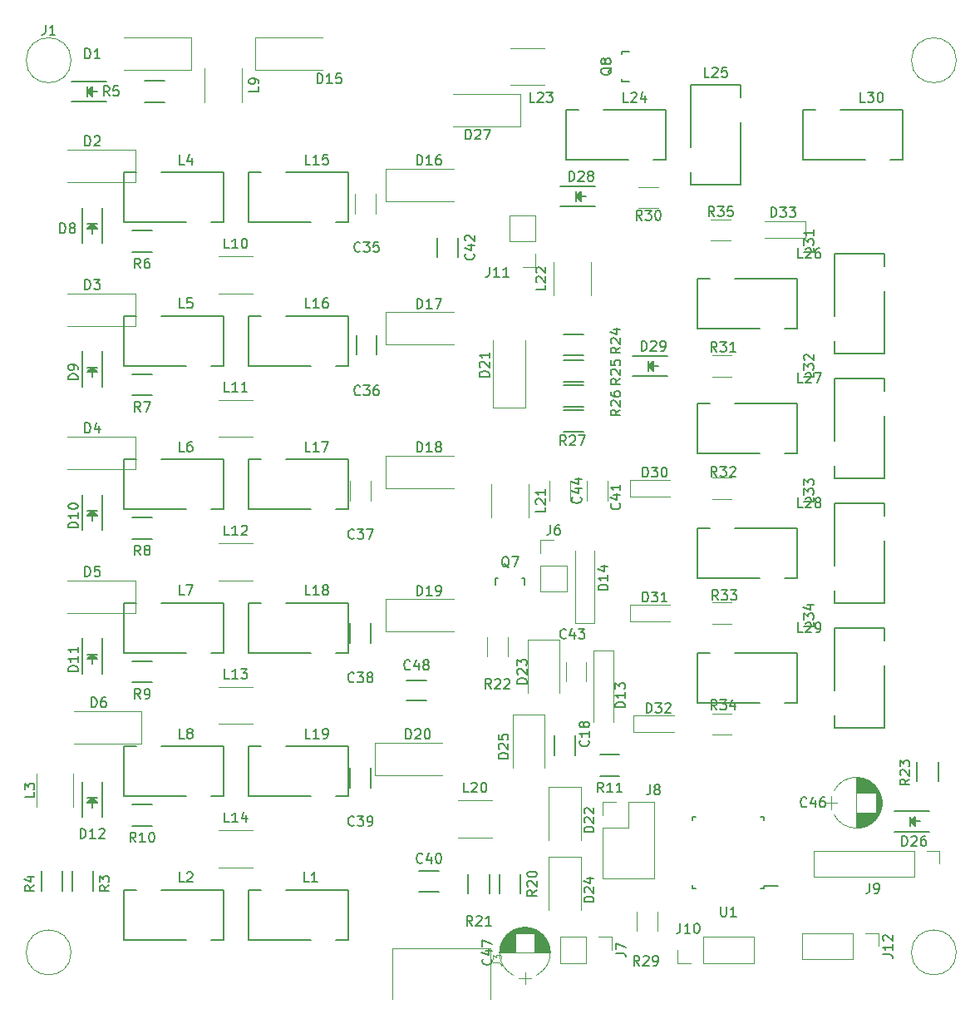
<source format=gbr>
G04 #@! TF.FileFunction,Legend,Top*
%FSLAX46Y46*%
G04 Gerber Fmt 4.6, Leading zero omitted, Abs format (unit mm)*
G04 Created by KiCad (PCBNEW 4.0.7-e1-6374~58~ubuntu14.04.1) date Fri Aug  4 16:13:01 2017*
%MOMM*%
%LPD*%
G01*
G04 APERTURE LIST*
%ADD10C,0.100000*%
%ADD11C,0.120000*%
%ADD12C,0.150000*%
G04 APERTURE END LIST*
D10*
D11*
X147495000Y-87859000D02*
X150955000Y-87859000D01*
X147495000Y-84099000D02*
X150955000Y-84099000D01*
D12*
X181728000Y-132858000D02*
X181728000Y-134858000D01*
X183778000Y-134858000D02*
X183778000Y-132858000D01*
X163585000Y-94091000D02*
X163585000Y-92091000D01*
X161535000Y-92091000D02*
X161535000Y-94091000D01*
X162950000Y-123428000D02*
X162950000Y-121428000D01*
X160900000Y-121428000D02*
X160900000Y-123428000D01*
X162950000Y-138160000D02*
X162950000Y-136160000D01*
X160900000Y-136160000D02*
X160900000Y-138160000D01*
X169910000Y-146676000D02*
X167910000Y-146676000D01*
X167910000Y-148726000D02*
X169910000Y-148726000D01*
X171840000Y-84185000D02*
X171840000Y-82185000D01*
X169790000Y-82185000D02*
X169790000Y-84185000D01*
X166640000Y-129295000D02*
X168640000Y-129295000D01*
X168640000Y-127245000D02*
X166640000Y-127245000D01*
X132470000Y-68360000D02*
X136070000Y-68360000D01*
X132470000Y-66260000D02*
X136070000Y-66260000D01*
X134520000Y-67010000D02*
X134520000Y-67610000D01*
X134520000Y-67610000D02*
X134220000Y-67310000D01*
X134220000Y-67310000D02*
X134420000Y-67110000D01*
X134420000Y-67110000D02*
X134420000Y-67360000D01*
X134420000Y-67360000D02*
X134370000Y-67310000D01*
X134120000Y-66810000D02*
X134120000Y-67810000D01*
X134620000Y-67310000D02*
X135120000Y-67310000D01*
X134120000Y-67310000D02*
X134620000Y-66810000D01*
X134620000Y-66810000D02*
X134620000Y-67810000D01*
X134620000Y-67810000D02*
X134120000Y-67310000D01*
X133570000Y-79130000D02*
X133570000Y-82730000D01*
X135670000Y-79130000D02*
X135670000Y-82730000D01*
X134920000Y-81180000D02*
X134320000Y-81180000D01*
X134320000Y-81180000D02*
X134620000Y-80880000D01*
X134620000Y-80880000D02*
X134820000Y-81080000D01*
X134820000Y-81080000D02*
X134570000Y-81080000D01*
X134570000Y-81080000D02*
X134620000Y-81030000D01*
X135120000Y-80780000D02*
X134120000Y-80780000D01*
X134620000Y-81280000D02*
X134620000Y-81780000D01*
X134620000Y-80780000D02*
X135120000Y-81280000D01*
X135120000Y-81280000D02*
X134120000Y-81280000D01*
X134120000Y-81280000D02*
X134620000Y-80780000D01*
X133570000Y-93735000D02*
X133570000Y-97335000D01*
X135670000Y-93735000D02*
X135670000Y-97335000D01*
X134920000Y-95785000D02*
X134320000Y-95785000D01*
X134320000Y-95785000D02*
X134620000Y-95485000D01*
X134620000Y-95485000D02*
X134820000Y-95685000D01*
X134820000Y-95685000D02*
X134570000Y-95685000D01*
X134570000Y-95685000D02*
X134620000Y-95635000D01*
X135120000Y-95385000D02*
X134120000Y-95385000D01*
X134620000Y-95885000D02*
X134620000Y-96385000D01*
X134620000Y-95385000D02*
X135120000Y-95885000D01*
X135120000Y-95885000D02*
X134120000Y-95885000D01*
X134120000Y-95885000D02*
X134620000Y-95385000D01*
X133570000Y-108340000D02*
X133570000Y-111940000D01*
X135670000Y-108340000D02*
X135670000Y-111940000D01*
X134920000Y-110390000D02*
X134320000Y-110390000D01*
X134320000Y-110390000D02*
X134620000Y-110090000D01*
X134620000Y-110090000D02*
X134820000Y-110290000D01*
X134820000Y-110290000D02*
X134570000Y-110290000D01*
X134570000Y-110290000D02*
X134620000Y-110240000D01*
X135120000Y-109990000D02*
X134120000Y-109990000D01*
X134620000Y-110490000D02*
X134620000Y-110990000D01*
X134620000Y-109990000D02*
X135120000Y-110490000D01*
X135120000Y-110490000D02*
X134120000Y-110490000D01*
X134120000Y-110490000D02*
X134620000Y-109990000D01*
X133570000Y-122945000D02*
X133570000Y-126545000D01*
X135670000Y-122945000D02*
X135670000Y-126545000D01*
X134920000Y-124995000D02*
X134320000Y-124995000D01*
X134320000Y-124995000D02*
X134620000Y-124695000D01*
X134620000Y-124695000D02*
X134820000Y-124895000D01*
X134820000Y-124895000D02*
X134570000Y-124895000D01*
X134570000Y-124895000D02*
X134620000Y-124845000D01*
X135120000Y-124595000D02*
X134120000Y-124595000D01*
X134620000Y-125095000D02*
X134620000Y-125595000D01*
X134620000Y-124595000D02*
X135120000Y-125095000D01*
X135120000Y-125095000D02*
X134120000Y-125095000D01*
X134120000Y-125095000D02*
X134620000Y-124595000D01*
X133570000Y-137550000D02*
X133570000Y-141150000D01*
X135670000Y-137550000D02*
X135670000Y-141150000D01*
X134920000Y-139600000D02*
X134320000Y-139600000D01*
X134320000Y-139600000D02*
X134620000Y-139300000D01*
X134620000Y-139300000D02*
X134820000Y-139500000D01*
X134820000Y-139500000D02*
X134570000Y-139500000D01*
X134570000Y-139500000D02*
X134620000Y-139450000D01*
X135120000Y-139200000D02*
X134120000Y-139200000D01*
X134620000Y-139700000D02*
X134620000Y-140200000D01*
X134620000Y-139200000D02*
X135120000Y-139700000D01*
X135120000Y-139700000D02*
X134120000Y-139700000D01*
X134120000Y-139700000D02*
X134620000Y-139200000D01*
X216290000Y-142655000D02*
X219890000Y-142655000D01*
X216290000Y-140555000D02*
X219890000Y-140555000D01*
X218340000Y-141305000D02*
X218340000Y-141905000D01*
X218340000Y-141905000D02*
X218040000Y-141605000D01*
X218040000Y-141605000D02*
X218240000Y-141405000D01*
X218240000Y-141405000D02*
X218240000Y-141655000D01*
X218240000Y-141655000D02*
X218190000Y-141605000D01*
X217940000Y-141105000D02*
X217940000Y-142105000D01*
X218440000Y-141605000D02*
X218940000Y-141605000D01*
X217940000Y-141605000D02*
X218440000Y-141105000D01*
X218440000Y-141105000D02*
X218440000Y-142105000D01*
X218440000Y-142105000D02*
X217940000Y-141605000D01*
X182254000Y-79028000D02*
X185854000Y-79028000D01*
X182254000Y-76928000D02*
X185854000Y-76928000D01*
X184304000Y-77678000D02*
X184304000Y-78278000D01*
X184304000Y-78278000D02*
X184004000Y-77978000D01*
X184004000Y-77978000D02*
X184204000Y-77778000D01*
X184204000Y-77778000D02*
X184204000Y-78028000D01*
X184204000Y-78028000D02*
X184154000Y-77978000D01*
X183904000Y-77478000D02*
X183904000Y-78478000D01*
X184404000Y-77978000D02*
X184904000Y-77978000D01*
X183904000Y-77978000D02*
X184404000Y-77478000D01*
X184404000Y-77478000D02*
X184404000Y-78478000D01*
X184404000Y-78478000D02*
X183904000Y-77978000D01*
X189620000Y-96300000D02*
X193220000Y-96300000D01*
X189620000Y-94200000D02*
X193220000Y-94200000D01*
X191670000Y-94950000D02*
X191670000Y-95550000D01*
X191670000Y-95550000D02*
X191370000Y-95250000D01*
X191370000Y-95250000D02*
X191570000Y-95050000D01*
X191570000Y-95050000D02*
X191570000Y-95300000D01*
X191570000Y-95300000D02*
X191520000Y-95250000D01*
X191270000Y-94750000D02*
X191270000Y-95750000D01*
X191770000Y-95250000D02*
X192270000Y-95250000D01*
X191270000Y-95250000D02*
X191770000Y-94750000D01*
X191770000Y-94750000D02*
X191770000Y-95750000D01*
X191770000Y-95750000D02*
X191270000Y-95250000D01*
X178464160Y-116824760D02*
X178415900Y-116824760D01*
X175665180Y-117525800D02*
X175665180Y-116824760D01*
X175665180Y-116824760D02*
X175914100Y-116824760D01*
X178464160Y-116824760D02*
X178664820Y-116824760D01*
X178664820Y-116824760D02*
X178664820Y-117525800D01*
X188579760Y-63470840D02*
X188579760Y-63519100D01*
X189280800Y-66269820D02*
X188579760Y-66269820D01*
X188579760Y-66269820D02*
X188579760Y-66020900D01*
X188579760Y-63470840D02*
X188579760Y-63270180D01*
X188579760Y-63270180D02*
X189280800Y-63270180D01*
X132592500Y-148637500D02*
X132592500Y-146637500D01*
X134742500Y-146637500D02*
X134742500Y-148637500D01*
X129417500Y-148637500D02*
X129417500Y-146637500D01*
X131567500Y-146637500D02*
X131567500Y-148637500D01*
X139970000Y-66235000D02*
X141970000Y-66235000D01*
X141970000Y-68385000D02*
X139970000Y-68385000D01*
X138700000Y-81475000D02*
X140700000Y-81475000D01*
X140700000Y-83625000D02*
X138700000Y-83625000D01*
X138700000Y-96080000D02*
X140700000Y-96080000D01*
X140700000Y-98230000D02*
X138700000Y-98230000D01*
X138700000Y-110685000D02*
X140700000Y-110685000D01*
X140700000Y-112835000D02*
X138700000Y-112835000D01*
X138700000Y-125290000D02*
X140700000Y-125290000D01*
X140700000Y-127440000D02*
X138700000Y-127440000D01*
X138700000Y-139895000D02*
X140700000Y-139895000D01*
X140700000Y-142045000D02*
X138700000Y-142045000D01*
X186325000Y-134815000D02*
X188325000Y-134815000D01*
X188325000Y-136965000D02*
X186325000Y-136965000D01*
X176090000Y-148955000D02*
X176090000Y-146955000D01*
X178240000Y-146955000D02*
X178240000Y-148955000D01*
X172915000Y-148955000D02*
X172915000Y-146955000D01*
X175065000Y-146955000D02*
X175065000Y-148955000D01*
X218635000Y-137525000D02*
X218635000Y-135525000D01*
X220785000Y-135525000D02*
X220785000Y-137525000D01*
X184642000Y-94166000D02*
X182642000Y-94166000D01*
X182642000Y-92016000D02*
X184642000Y-92016000D01*
X184642000Y-96833000D02*
X182642000Y-96833000D01*
X182642000Y-94683000D02*
X184642000Y-94683000D01*
X184642000Y-99373000D02*
X182642000Y-99373000D01*
X182642000Y-97223000D02*
X184642000Y-97223000D01*
X184642000Y-101913000D02*
X182642000Y-101913000D01*
X182642000Y-99763000D02*
X184642000Y-99763000D01*
D11*
X139020000Y-91185000D02*
X139020000Y-87885000D01*
X139020000Y-87885000D02*
X132120000Y-87885000D01*
X139020000Y-91185000D02*
X132120000Y-91185000D01*
X144735000Y-65150000D02*
X144735000Y-61850000D01*
X144735000Y-61850000D02*
X137835000Y-61850000D01*
X144735000Y-65150000D02*
X137835000Y-65150000D01*
X139020000Y-76580000D02*
X139020000Y-73280000D01*
X139020000Y-73280000D02*
X132120000Y-73280000D01*
X139020000Y-76580000D02*
X132120000Y-76580000D01*
X139020000Y-105790000D02*
X139020000Y-102490000D01*
X139020000Y-102490000D02*
X132120000Y-102490000D01*
X139020000Y-105790000D02*
X132120000Y-105790000D01*
X139020000Y-120395000D02*
X139020000Y-117095000D01*
X139020000Y-117095000D02*
X132120000Y-117095000D01*
X139020000Y-120395000D02*
X132120000Y-120395000D01*
X139655000Y-133730000D02*
X139655000Y-130430000D01*
X139655000Y-130430000D02*
X132755000Y-130430000D01*
X139655000Y-133730000D02*
X132755000Y-133730000D01*
X151175000Y-61850000D02*
X151175000Y-65150000D01*
X151175000Y-65150000D02*
X158075000Y-65150000D01*
X151175000Y-61850000D02*
X158075000Y-61850000D01*
X164510000Y-75185000D02*
X164510000Y-78485000D01*
X164510000Y-78485000D02*
X171410000Y-78485000D01*
X164510000Y-75185000D02*
X171410000Y-75185000D01*
X164510000Y-89790000D02*
X164510000Y-93090000D01*
X164510000Y-93090000D02*
X171410000Y-93090000D01*
X164510000Y-89790000D02*
X171410000Y-89790000D01*
X164510000Y-104395000D02*
X164510000Y-107695000D01*
X164510000Y-107695000D02*
X171410000Y-107695000D01*
X164510000Y-104395000D02*
X171410000Y-104395000D01*
X164510000Y-119000000D02*
X164510000Y-122300000D01*
X164510000Y-122300000D02*
X171410000Y-122300000D01*
X164510000Y-119000000D02*
X171410000Y-119000000D01*
X163367000Y-133605000D02*
X163367000Y-136905000D01*
X163367000Y-136905000D02*
X170267000Y-136905000D01*
X163367000Y-133605000D02*
X170267000Y-133605000D01*
X175451500Y-99523000D02*
X178751500Y-99523000D01*
X178751500Y-99523000D02*
X178751500Y-92623000D01*
X175451500Y-99523000D02*
X175451500Y-92623000D01*
X187690000Y-131528000D02*
X187690000Y-124228000D01*
X187690000Y-124228000D02*
X185690000Y-124228000D01*
X185690000Y-124228000D02*
X185690000Y-131528000D01*
X183785000Y-114090000D02*
X183785000Y-121390000D01*
X183785000Y-121390000D02*
X185785000Y-121390000D01*
X185785000Y-121390000D02*
X185785000Y-114090000D01*
X180280000Y-118170000D02*
X182940000Y-118170000D01*
X180280000Y-115570000D02*
X180280000Y-118170000D01*
X182940000Y-115570000D02*
X182940000Y-118170000D01*
X180280000Y-115570000D02*
X182940000Y-115570000D01*
X180280000Y-114300000D02*
X180280000Y-112970000D01*
X180280000Y-112970000D02*
X181610000Y-112970000D01*
X163453000Y-79740000D02*
X163453000Y-77740000D01*
X161413000Y-77740000D02*
X161413000Y-79740000D01*
X162945000Y-108950000D02*
X162945000Y-106950000D01*
X160905000Y-106950000D02*
X160905000Y-108950000D01*
X132461000Y-64135000D02*
G75*
G03X132461000Y-64135000I-2286000J0D01*
G01*
X222631000Y-64135000D02*
G75*
G03X222631000Y-64135000I-2286000J0D01*
G01*
X132461000Y-154940000D02*
G75*
G03X132461000Y-154940000I-2286000J0D01*
G01*
X190065000Y-152765000D02*
X190065000Y-150765000D01*
X192205000Y-150765000D02*
X192205000Y-152765000D01*
X190262000Y-77035000D02*
X192262000Y-77035000D01*
X192262000Y-79175000D02*
X190262000Y-79175000D01*
X197755000Y-94180000D02*
X199755000Y-94180000D01*
X199755000Y-96320000D02*
X197755000Y-96320000D01*
X197755000Y-106626000D02*
X199755000Y-106626000D01*
X199755000Y-108766000D02*
X197755000Y-108766000D01*
X197755000Y-119326000D02*
X199755000Y-119326000D01*
X199755000Y-121466000D02*
X197755000Y-121466000D01*
D12*
X203015000Y-148405000D02*
X203015000Y-148180000D01*
X195765000Y-148405000D02*
X195765000Y-148080000D01*
X195765000Y-141155000D02*
X195765000Y-141480000D01*
X203015000Y-141155000D02*
X203015000Y-141480000D01*
X203015000Y-148405000D02*
X202690000Y-148405000D01*
X203015000Y-141155000D02*
X202690000Y-141155000D01*
X195765000Y-141155000D02*
X196090000Y-141155000D01*
X195765000Y-148405000D02*
X196090000Y-148405000D01*
X203015000Y-148180000D02*
X204440000Y-148180000D01*
D11*
X185035000Y-106950000D02*
X185035000Y-108950000D01*
X187075000Y-108950000D02*
X187075000Y-106950000D01*
D10*
X165180000Y-159693000D02*
X165180000Y-154493000D01*
X165180000Y-154493000D02*
X175180000Y-154493000D01*
X175180000Y-154493000D02*
X175180000Y-159693000D01*
D11*
X222631000Y-154940000D02*
G75*
G03X222631000Y-154940000I-2286000J0D01*
G01*
D12*
X137795000Y-153670000D02*
X144145000Y-153670000D01*
X147955000Y-148590000D02*
X141605000Y-148590000D01*
X137795000Y-148590000D02*
X139065000Y-148590000D01*
X147955000Y-153670000D02*
X146685000Y-153670000D01*
X137795000Y-148590000D02*
X137795000Y-153670000D01*
X147955000Y-153670000D02*
X147955000Y-148590000D01*
X160655000Y-148590000D02*
X154305000Y-148590000D01*
X150495000Y-153670000D02*
X156845000Y-153670000D01*
X160655000Y-153670000D02*
X159385000Y-153670000D01*
X150495000Y-148590000D02*
X151765000Y-148590000D01*
X160655000Y-153670000D02*
X160655000Y-148590000D01*
X150495000Y-148590000D02*
X150495000Y-153670000D01*
X147955000Y-133985000D02*
X141605000Y-133985000D01*
X137795000Y-139065000D02*
X144145000Y-139065000D01*
X147955000Y-139065000D02*
X146685000Y-139065000D01*
X137795000Y-133985000D02*
X139065000Y-133985000D01*
X147955000Y-139065000D02*
X147955000Y-133985000D01*
X137795000Y-133985000D02*
X137795000Y-139065000D01*
X160655000Y-133985000D02*
X154305000Y-133985000D01*
X150495000Y-139065000D02*
X156845000Y-139065000D01*
X160655000Y-139065000D02*
X159385000Y-139065000D01*
X150495000Y-133985000D02*
X151765000Y-133985000D01*
X160655000Y-139065000D02*
X160655000Y-133985000D01*
X150495000Y-133985000D02*
X150495000Y-139065000D01*
X147955000Y-119380000D02*
X141605000Y-119380000D01*
X137795000Y-124460000D02*
X144145000Y-124460000D01*
X147955000Y-124460000D02*
X146685000Y-124460000D01*
X137795000Y-119380000D02*
X139065000Y-119380000D01*
X147955000Y-124460000D02*
X147955000Y-119380000D01*
X137795000Y-119380000D02*
X137795000Y-124460000D01*
X160655000Y-119380000D02*
X154305000Y-119380000D01*
X150495000Y-124460000D02*
X156845000Y-124460000D01*
X160655000Y-124460000D02*
X159385000Y-124460000D01*
X150495000Y-119380000D02*
X151765000Y-119380000D01*
X160655000Y-124460000D02*
X160655000Y-119380000D01*
X150495000Y-119380000D02*
X150495000Y-124460000D01*
X147955000Y-104775000D02*
X141605000Y-104775000D01*
X137795000Y-109855000D02*
X144145000Y-109855000D01*
X147955000Y-109855000D02*
X146685000Y-109855000D01*
X137795000Y-104775000D02*
X139065000Y-104775000D01*
X147955000Y-109855000D02*
X147955000Y-104775000D01*
X137795000Y-104775000D02*
X137795000Y-109855000D01*
X160655000Y-104775000D02*
X154305000Y-104775000D01*
X150495000Y-109855000D02*
X156845000Y-109855000D01*
X160655000Y-109855000D02*
X159385000Y-109855000D01*
X150495000Y-104775000D02*
X151765000Y-104775000D01*
X160655000Y-109855000D02*
X160655000Y-104775000D01*
X150495000Y-104775000D02*
X150495000Y-109855000D01*
X147955000Y-90170000D02*
X141605000Y-90170000D01*
X137795000Y-95250000D02*
X144145000Y-95250000D01*
X147955000Y-95250000D02*
X146685000Y-95250000D01*
X137795000Y-90170000D02*
X139065000Y-90170000D01*
X147955000Y-95250000D02*
X147955000Y-90170000D01*
X137795000Y-90170000D02*
X137795000Y-95250000D01*
X160655000Y-90170000D02*
X154305000Y-90170000D01*
X150495000Y-95250000D02*
X156845000Y-95250000D01*
X160655000Y-95250000D02*
X159385000Y-95250000D01*
X150495000Y-90170000D02*
X151765000Y-90170000D01*
X160655000Y-95250000D02*
X160655000Y-90170000D01*
X150495000Y-90170000D02*
X150495000Y-95250000D01*
X147955000Y-75565000D02*
X141605000Y-75565000D01*
X137795000Y-80645000D02*
X144145000Y-80645000D01*
X147955000Y-80645000D02*
X146685000Y-80645000D01*
X137795000Y-75565000D02*
X139065000Y-75565000D01*
X147955000Y-80645000D02*
X147955000Y-75565000D01*
X137795000Y-75565000D02*
X137795000Y-80645000D01*
X160655000Y-75565000D02*
X154305000Y-75565000D01*
X150495000Y-80645000D02*
X156845000Y-80645000D01*
X160655000Y-80645000D02*
X159385000Y-80645000D01*
X150495000Y-75565000D02*
X151765000Y-75565000D01*
X160655000Y-80645000D02*
X160655000Y-75565000D01*
X150495000Y-75565000D02*
X150495000Y-80645000D01*
X195580000Y-66675000D02*
X195580000Y-73025000D01*
X200660000Y-76835000D02*
X200660000Y-70485000D01*
X200660000Y-66675000D02*
X200660000Y-67945000D01*
X195580000Y-76835000D02*
X195580000Y-75565000D01*
X200660000Y-66675000D02*
X195580000Y-66675000D01*
X195580000Y-76835000D02*
X200660000Y-76835000D01*
X206375000Y-86360000D02*
X200025000Y-86360000D01*
X196215000Y-91440000D02*
X202565000Y-91440000D01*
X206375000Y-91440000D02*
X205105000Y-91440000D01*
X196215000Y-86360000D02*
X197485000Y-86360000D01*
X206375000Y-91440000D02*
X206375000Y-86360000D01*
X196215000Y-86360000D02*
X196215000Y-91440000D01*
X210185000Y-83820000D02*
X210185000Y-90170000D01*
X215265000Y-93980000D02*
X215265000Y-87630000D01*
X215265000Y-83820000D02*
X215265000Y-85090000D01*
X210185000Y-93980000D02*
X210185000Y-92710000D01*
X215265000Y-83820000D02*
X210185000Y-83820000D01*
X210185000Y-93980000D02*
X215265000Y-93980000D01*
X206375000Y-99060000D02*
X200025000Y-99060000D01*
X196215000Y-104140000D02*
X202565000Y-104140000D01*
X206375000Y-104140000D02*
X205105000Y-104140000D01*
X196215000Y-99060000D02*
X197485000Y-99060000D01*
X206375000Y-104140000D02*
X206375000Y-99060000D01*
X196215000Y-99060000D02*
X196215000Y-104140000D01*
X210185000Y-96520000D02*
X210185000Y-102870000D01*
X215265000Y-106680000D02*
X215265000Y-100330000D01*
X215265000Y-96520000D02*
X215265000Y-97790000D01*
X210185000Y-106680000D02*
X210185000Y-105410000D01*
X215265000Y-96520000D02*
X210185000Y-96520000D01*
X210185000Y-106680000D02*
X215265000Y-106680000D01*
X210185000Y-109220000D02*
X210185000Y-115570000D01*
X215265000Y-119380000D02*
X215265000Y-113030000D01*
X215265000Y-109220000D02*
X215265000Y-110490000D01*
X210185000Y-119380000D02*
X210185000Y-118110000D01*
X215265000Y-109220000D02*
X210185000Y-109220000D01*
X210185000Y-119380000D02*
X215265000Y-119380000D01*
X206375000Y-111760000D02*
X200025000Y-111760000D01*
X196215000Y-116840000D02*
X202565000Y-116840000D01*
X206375000Y-116840000D02*
X205105000Y-116840000D01*
X196215000Y-111760000D02*
X197485000Y-111760000D01*
X206375000Y-116840000D02*
X206375000Y-111760000D01*
X196215000Y-111760000D02*
X196215000Y-116840000D01*
X206375000Y-124460000D02*
X200025000Y-124460000D01*
X196215000Y-129540000D02*
X202565000Y-129540000D01*
X206375000Y-129540000D02*
X205105000Y-129540000D01*
X196215000Y-124460000D02*
X197485000Y-124460000D01*
X206375000Y-129540000D02*
X206375000Y-124460000D01*
X196215000Y-124460000D02*
X196215000Y-129540000D01*
X210185000Y-121920000D02*
X210185000Y-128270000D01*
X215265000Y-132080000D02*
X215265000Y-125730000D01*
X215265000Y-121920000D02*
X215265000Y-123190000D01*
X210185000Y-132080000D02*
X210185000Y-130810000D01*
X215265000Y-121920000D02*
X210185000Y-121920000D01*
X210185000Y-132080000D02*
X215265000Y-132080000D01*
X217170000Y-69215000D02*
X210820000Y-69215000D01*
X207010000Y-74295000D02*
X213360000Y-74295000D01*
X217170000Y-74295000D02*
X215900000Y-74295000D01*
X207010000Y-69215000D02*
X208280000Y-69215000D01*
X217170000Y-74295000D02*
X217170000Y-69215000D01*
X207010000Y-69215000D02*
X207010000Y-74295000D01*
D11*
X128930000Y-136700000D02*
X128930000Y-140160000D01*
X132690000Y-136700000D02*
X132690000Y-140160000D01*
X146075000Y-64945000D02*
X146075000Y-68405000D01*
X149835000Y-64945000D02*
X149835000Y-68405000D01*
X147495000Y-102464000D02*
X150955000Y-102464000D01*
X147495000Y-98704000D02*
X150955000Y-98704000D01*
X147495000Y-117069000D02*
X150955000Y-117069000D01*
X147495000Y-113309000D02*
X150955000Y-113309000D01*
X147495000Y-131674000D02*
X150955000Y-131674000D01*
X147495000Y-127914000D02*
X150955000Y-127914000D01*
X147495000Y-146279000D02*
X150955000Y-146279000D01*
X147495000Y-142519000D02*
X150955000Y-142519000D01*
X171879000Y-143231000D02*
X175339000Y-143231000D01*
X171879000Y-139471000D02*
X175339000Y-139471000D01*
X185395000Y-88090000D02*
X185395000Y-84630000D01*
X181635000Y-88090000D02*
X181635000Y-84630000D01*
X177213000Y-66650000D02*
X180673000Y-66650000D01*
X177213000Y-62890000D02*
X180673000Y-62890000D01*
X183265000Y-108950000D02*
X183265000Y-106950000D01*
X181225000Y-106950000D02*
X181225000Y-108950000D01*
X174825000Y-124825000D02*
X174825000Y-122825000D01*
X176965000Y-122825000D02*
X176965000Y-124825000D01*
X197755000Y-130629000D02*
X199755000Y-130629000D01*
X199755000Y-132769000D02*
X197755000Y-132769000D01*
X199628000Y-82477000D02*
X197628000Y-82477000D01*
X197628000Y-80337000D02*
X199628000Y-80337000D01*
X184916000Y-127365000D02*
X184916000Y-125365000D01*
X182876000Y-125365000D02*
X182876000Y-127365000D01*
X214760722Y-138520277D02*
G75*
G03X210149420Y-138520000I-2305722J-1179723D01*
G01*
X214760722Y-140879723D02*
G75*
G02X210149420Y-140880000I-2305722J1179723D01*
G01*
X214760722Y-140879723D02*
G75*
G03X214760580Y-138520000I-2305722J1179723D01*
G01*
X212455000Y-137150000D02*
X212455000Y-142250000D01*
X212495000Y-137150000D02*
X212495000Y-138720000D01*
X212495000Y-140680000D02*
X212495000Y-142250000D01*
X212535000Y-137151000D02*
X212535000Y-138720000D01*
X212535000Y-140680000D02*
X212535000Y-142249000D01*
X212575000Y-137152000D02*
X212575000Y-138720000D01*
X212575000Y-140680000D02*
X212575000Y-142248000D01*
X212615000Y-137154000D02*
X212615000Y-138720000D01*
X212615000Y-140680000D02*
X212615000Y-142246000D01*
X212655000Y-137157000D02*
X212655000Y-138720000D01*
X212655000Y-140680000D02*
X212655000Y-142243000D01*
X212695000Y-137161000D02*
X212695000Y-138720000D01*
X212695000Y-140680000D02*
X212695000Y-142239000D01*
X212735000Y-137165000D02*
X212735000Y-138720000D01*
X212735000Y-140680000D02*
X212735000Y-142235000D01*
X212775000Y-137169000D02*
X212775000Y-138720000D01*
X212775000Y-140680000D02*
X212775000Y-142231000D01*
X212815000Y-137175000D02*
X212815000Y-138720000D01*
X212815000Y-140680000D02*
X212815000Y-142225000D01*
X212855000Y-137181000D02*
X212855000Y-138720000D01*
X212855000Y-140680000D02*
X212855000Y-142219000D01*
X212895000Y-137187000D02*
X212895000Y-138720000D01*
X212895000Y-140680000D02*
X212895000Y-142213000D01*
X212935000Y-137194000D02*
X212935000Y-138720000D01*
X212935000Y-140680000D02*
X212935000Y-142206000D01*
X212975000Y-137202000D02*
X212975000Y-138720000D01*
X212975000Y-140680000D02*
X212975000Y-142198000D01*
X213015000Y-137211000D02*
X213015000Y-138720000D01*
X213015000Y-140680000D02*
X213015000Y-142189000D01*
X213055000Y-137220000D02*
X213055000Y-138720000D01*
X213055000Y-140680000D02*
X213055000Y-142180000D01*
X213095000Y-137230000D02*
X213095000Y-138720000D01*
X213095000Y-140680000D02*
X213095000Y-142170000D01*
X213135000Y-137240000D02*
X213135000Y-138720000D01*
X213135000Y-140680000D02*
X213135000Y-142160000D01*
X213176000Y-137252000D02*
X213176000Y-138720000D01*
X213176000Y-140680000D02*
X213176000Y-142148000D01*
X213216000Y-137264000D02*
X213216000Y-138720000D01*
X213216000Y-140680000D02*
X213216000Y-142136000D01*
X213256000Y-137276000D02*
X213256000Y-138720000D01*
X213256000Y-140680000D02*
X213256000Y-142124000D01*
X213296000Y-137290000D02*
X213296000Y-138720000D01*
X213296000Y-140680000D02*
X213296000Y-142110000D01*
X213336000Y-137304000D02*
X213336000Y-138720000D01*
X213336000Y-140680000D02*
X213336000Y-142096000D01*
X213376000Y-137318000D02*
X213376000Y-138720000D01*
X213376000Y-140680000D02*
X213376000Y-142082000D01*
X213416000Y-137334000D02*
X213416000Y-138720000D01*
X213416000Y-140680000D02*
X213416000Y-142066000D01*
X213456000Y-137350000D02*
X213456000Y-138720000D01*
X213456000Y-140680000D02*
X213456000Y-142050000D01*
X213496000Y-137367000D02*
X213496000Y-138720000D01*
X213496000Y-140680000D02*
X213496000Y-142033000D01*
X213536000Y-137385000D02*
X213536000Y-138720000D01*
X213536000Y-140680000D02*
X213536000Y-142015000D01*
X213576000Y-137404000D02*
X213576000Y-138720000D01*
X213576000Y-140680000D02*
X213576000Y-141996000D01*
X213616000Y-137424000D02*
X213616000Y-138720000D01*
X213616000Y-140680000D02*
X213616000Y-141976000D01*
X213656000Y-137444000D02*
X213656000Y-138720000D01*
X213656000Y-140680000D02*
X213656000Y-141956000D01*
X213696000Y-137466000D02*
X213696000Y-138720000D01*
X213696000Y-140680000D02*
X213696000Y-141934000D01*
X213736000Y-137488000D02*
X213736000Y-138720000D01*
X213736000Y-140680000D02*
X213736000Y-141912000D01*
X213776000Y-137511000D02*
X213776000Y-138720000D01*
X213776000Y-140680000D02*
X213776000Y-141889000D01*
X213816000Y-137535000D02*
X213816000Y-138720000D01*
X213816000Y-140680000D02*
X213816000Y-141865000D01*
X213856000Y-137560000D02*
X213856000Y-138720000D01*
X213856000Y-140680000D02*
X213856000Y-141840000D01*
X213896000Y-137587000D02*
X213896000Y-138720000D01*
X213896000Y-140680000D02*
X213896000Y-141813000D01*
X213936000Y-137614000D02*
X213936000Y-138720000D01*
X213936000Y-140680000D02*
X213936000Y-141786000D01*
X213976000Y-137642000D02*
X213976000Y-138720000D01*
X213976000Y-140680000D02*
X213976000Y-141758000D01*
X214016000Y-137672000D02*
X214016000Y-138720000D01*
X214016000Y-140680000D02*
X214016000Y-141728000D01*
X214056000Y-137703000D02*
X214056000Y-138720000D01*
X214056000Y-140680000D02*
X214056000Y-141697000D01*
X214096000Y-137735000D02*
X214096000Y-138720000D01*
X214096000Y-140680000D02*
X214096000Y-141665000D01*
X214136000Y-137768000D02*
X214136000Y-138720000D01*
X214136000Y-140680000D02*
X214136000Y-141632000D01*
X214176000Y-137803000D02*
X214176000Y-138720000D01*
X214176000Y-140680000D02*
X214176000Y-141597000D01*
X214216000Y-137839000D02*
X214216000Y-138720000D01*
X214216000Y-140680000D02*
X214216000Y-141561000D01*
X214256000Y-137877000D02*
X214256000Y-138720000D01*
X214256000Y-140680000D02*
X214256000Y-141523000D01*
X214296000Y-137917000D02*
X214296000Y-138720000D01*
X214296000Y-140680000D02*
X214296000Y-141483000D01*
X214336000Y-137958000D02*
X214336000Y-138720000D01*
X214336000Y-140680000D02*
X214336000Y-141442000D01*
X214376000Y-138001000D02*
X214376000Y-138720000D01*
X214376000Y-140680000D02*
X214376000Y-141399000D01*
X214416000Y-138046000D02*
X214416000Y-138720000D01*
X214416000Y-140680000D02*
X214416000Y-141354000D01*
X214456000Y-138094000D02*
X214456000Y-141306000D01*
X214496000Y-138144000D02*
X214496000Y-141256000D01*
X214536000Y-138196000D02*
X214536000Y-141204000D01*
X214576000Y-138252000D02*
X214576000Y-141148000D01*
X214616000Y-138310000D02*
X214616000Y-141090000D01*
X214656000Y-138373000D02*
X214656000Y-141027000D01*
X214696000Y-138439000D02*
X214696000Y-140961000D01*
X214736000Y-138511000D02*
X214736000Y-140889000D01*
X214776000Y-138588000D02*
X214776000Y-140812000D01*
X214816000Y-138672000D02*
X214816000Y-140728000D01*
X214856000Y-138766000D02*
X214856000Y-140634000D01*
X214896000Y-138871000D02*
X214896000Y-140529000D01*
X214936000Y-138993000D02*
X214936000Y-140407000D01*
X214976000Y-139141000D02*
X214976000Y-140259000D01*
X215016000Y-139346000D02*
X215016000Y-140054000D01*
X209255000Y-139700000D02*
X210455000Y-139700000D01*
X209855000Y-139050000D02*
X209855000Y-140350000D01*
X177509277Y-152650278D02*
G75*
G03X177509000Y-157261580I1179723J-2305722D01*
G01*
X179868723Y-152650278D02*
G75*
G02X179869000Y-157261580I-1179723J-2305722D01*
G01*
X179868723Y-152650278D02*
G75*
G03X177509000Y-152650420I-1179723J-2305722D01*
G01*
X176139000Y-154956000D02*
X181239000Y-154956000D01*
X176139000Y-154916000D02*
X177709000Y-154916000D01*
X179669000Y-154916000D02*
X181239000Y-154916000D01*
X176140000Y-154876000D02*
X177709000Y-154876000D01*
X179669000Y-154876000D02*
X181238000Y-154876000D01*
X176141000Y-154836000D02*
X177709000Y-154836000D01*
X179669000Y-154836000D02*
X181237000Y-154836000D01*
X176143000Y-154796000D02*
X177709000Y-154796000D01*
X179669000Y-154796000D02*
X181235000Y-154796000D01*
X176146000Y-154756000D02*
X177709000Y-154756000D01*
X179669000Y-154756000D02*
X181232000Y-154756000D01*
X176150000Y-154716000D02*
X177709000Y-154716000D01*
X179669000Y-154716000D02*
X181228000Y-154716000D01*
X176154000Y-154676000D02*
X177709000Y-154676000D01*
X179669000Y-154676000D02*
X181224000Y-154676000D01*
X176158000Y-154636000D02*
X177709000Y-154636000D01*
X179669000Y-154636000D02*
X181220000Y-154636000D01*
X176164000Y-154596000D02*
X177709000Y-154596000D01*
X179669000Y-154596000D02*
X181214000Y-154596000D01*
X176170000Y-154556000D02*
X177709000Y-154556000D01*
X179669000Y-154556000D02*
X181208000Y-154556000D01*
X176176000Y-154516000D02*
X177709000Y-154516000D01*
X179669000Y-154516000D02*
X181202000Y-154516000D01*
X176183000Y-154476000D02*
X177709000Y-154476000D01*
X179669000Y-154476000D02*
X181195000Y-154476000D01*
X176191000Y-154436000D02*
X177709000Y-154436000D01*
X179669000Y-154436000D02*
X181187000Y-154436000D01*
X176200000Y-154396000D02*
X177709000Y-154396000D01*
X179669000Y-154396000D02*
X181178000Y-154396000D01*
X176209000Y-154356000D02*
X177709000Y-154356000D01*
X179669000Y-154356000D02*
X181169000Y-154356000D01*
X176219000Y-154316000D02*
X177709000Y-154316000D01*
X179669000Y-154316000D02*
X181159000Y-154316000D01*
X176229000Y-154276000D02*
X177709000Y-154276000D01*
X179669000Y-154276000D02*
X181149000Y-154276000D01*
X176241000Y-154235000D02*
X177709000Y-154235000D01*
X179669000Y-154235000D02*
X181137000Y-154235000D01*
X176253000Y-154195000D02*
X177709000Y-154195000D01*
X179669000Y-154195000D02*
X181125000Y-154195000D01*
X176265000Y-154155000D02*
X177709000Y-154155000D01*
X179669000Y-154155000D02*
X181113000Y-154155000D01*
X176279000Y-154115000D02*
X177709000Y-154115000D01*
X179669000Y-154115000D02*
X181099000Y-154115000D01*
X176293000Y-154075000D02*
X177709000Y-154075000D01*
X179669000Y-154075000D02*
X181085000Y-154075000D01*
X176307000Y-154035000D02*
X177709000Y-154035000D01*
X179669000Y-154035000D02*
X181071000Y-154035000D01*
X176323000Y-153995000D02*
X177709000Y-153995000D01*
X179669000Y-153995000D02*
X181055000Y-153995000D01*
X176339000Y-153955000D02*
X177709000Y-153955000D01*
X179669000Y-153955000D02*
X181039000Y-153955000D01*
X176356000Y-153915000D02*
X177709000Y-153915000D01*
X179669000Y-153915000D02*
X181022000Y-153915000D01*
X176374000Y-153875000D02*
X177709000Y-153875000D01*
X179669000Y-153875000D02*
X181004000Y-153875000D01*
X176393000Y-153835000D02*
X177709000Y-153835000D01*
X179669000Y-153835000D02*
X180985000Y-153835000D01*
X176413000Y-153795000D02*
X177709000Y-153795000D01*
X179669000Y-153795000D02*
X180965000Y-153795000D01*
X176433000Y-153755000D02*
X177709000Y-153755000D01*
X179669000Y-153755000D02*
X180945000Y-153755000D01*
X176455000Y-153715000D02*
X177709000Y-153715000D01*
X179669000Y-153715000D02*
X180923000Y-153715000D01*
X176477000Y-153675000D02*
X177709000Y-153675000D01*
X179669000Y-153675000D02*
X180901000Y-153675000D01*
X176500000Y-153635000D02*
X177709000Y-153635000D01*
X179669000Y-153635000D02*
X180878000Y-153635000D01*
X176524000Y-153595000D02*
X177709000Y-153595000D01*
X179669000Y-153595000D02*
X180854000Y-153595000D01*
X176549000Y-153555000D02*
X177709000Y-153555000D01*
X179669000Y-153555000D02*
X180829000Y-153555000D01*
X176576000Y-153515000D02*
X177709000Y-153515000D01*
X179669000Y-153515000D02*
X180802000Y-153515000D01*
X176603000Y-153475000D02*
X177709000Y-153475000D01*
X179669000Y-153475000D02*
X180775000Y-153475000D01*
X176631000Y-153435000D02*
X177709000Y-153435000D01*
X179669000Y-153435000D02*
X180747000Y-153435000D01*
X176661000Y-153395000D02*
X177709000Y-153395000D01*
X179669000Y-153395000D02*
X180717000Y-153395000D01*
X176692000Y-153355000D02*
X177709000Y-153355000D01*
X179669000Y-153355000D02*
X180686000Y-153355000D01*
X176724000Y-153315000D02*
X177709000Y-153315000D01*
X179669000Y-153315000D02*
X180654000Y-153315000D01*
X176757000Y-153275000D02*
X177709000Y-153275000D01*
X179669000Y-153275000D02*
X180621000Y-153275000D01*
X176792000Y-153235000D02*
X177709000Y-153235000D01*
X179669000Y-153235000D02*
X180586000Y-153235000D01*
X176828000Y-153195000D02*
X177709000Y-153195000D01*
X179669000Y-153195000D02*
X180550000Y-153195000D01*
X176866000Y-153155000D02*
X177709000Y-153155000D01*
X179669000Y-153155000D02*
X180512000Y-153155000D01*
X176906000Y-153115000D02*
X177709000Y-153115000D01*
X179669000Y-153115000D02*
X180472000Y-153115000D01*
X176947000Y-153075000D02*
X177709000Y-153075000D01*
X179669000Y-153075000D02*
X180431000Y-153075000D01*
X176990000Y-153035000D02*
X177709000Y-153035000D01*
X179669000Y-153035000D02*
X180388000Y-153035000D01*
X177035000Y-152995000D02*
X177709000Y-152995000D01*
X179669000Y-152995000D02*
X180343000Y-152995000D01*
X177083000Y-152955000D02*
X180295000Y-152955000D01*
X177133000Y-152915000D02*
X180245000Y-152915000D01*
X177185000Y-152875000D02*
X180193000Y-152875000D01*
X177241000Y-152835000D02*
X180137000Y-152835000D01*
X177299000Y-152795000D02*
X180079000Y-152795000D01*
X177362000Y-152755000D02*
X180016000Y-152755000D01*
X177428000Y-152715000D02*
X179950000Y-152715000D01*
X177500000Y-152675000D02*
X179878000Y-152675000D01*
X177577000Y-152635000D02*
X179801000Y-152635000D01*
X177661000Y-152595000D02*
X179717000Y-152595000D01*
X177755000Y-152555000D02*
X179623000Y-152555000D01*
X177860000Y-152515000D02*
X179518000Y-152515000D01*
X177982000Y-152475000D02*
X179396000Y-152475000D01*
X178130000Y-152435000D02*
X179248000Y-152435000D01*
X178335000Y-152395000D02*
X179043000Y-152395000D01*
X178689000Y-158156000D02*
X178689000Y-156956000D01*
X178039000Y-157556000D02*
X179339000Y-157556000D01*
X184403000Y-138078000D02*
X181103000Y-138078000D01*
X181103000Y-138078000D02*
X181103000Y-143478000D01*
X184403000Y-138078000D02*
X184403000Y-143478000D01*
X182244000Y-123092000D02*
X178944000Y-123092000D01*
X178944000Y-123092000D02*
X178944000Y-128492000D01*
X182244000Y-123092000D02*
X182244000Y-128492000D01*
X184403000Y-145190000D02*
X181103000Y-145190000D01*
X181103000Y-145190000D02*
X181103000Y-150590000D01*
X184403000Y-145190000D02*
X184403000Y-150590000D01*
X180720000Y-130712000D02*
X177420000Y-130712000D01*
X177420000Y-130712000D02*
X177420000Y-136112000D01*
X180720000Y-130712000D02*
X180720000Y-136112000D01*
X178263000Y-70865000D02*
X178263000Y-67565000D01*
X178263000Y-67565000D02*
X171363000Y-67565000D01*
X178263000Y-70865000D02*
X171363000Y-70865000D01*
X189397000Y-106846000D02*
X189397000Y-108546000D01*
X189447000Y-108546000D02*
X193497000Y-108546000D01*
X189447000Y-106846000D02*
X193497000Y-106846000D01*
X189397000Y-119546000D02*
X189397000Y-121246000D01*
X189447000Y-121246000D02*
X193497000Y-121246000D01*
X189447000Y-119546000D02*
X193497000Y-119546000D01*
X189778000Y-130849000D02*
X189778000Y-132549000D01*
X189828000Y-132549000D02*
X193878000Y-132549000D01*
X189828000Y-130849000D02*
X193878000Y-130849000D01*
X207224000Y-82257000D02*
X207224000Y-80557000D01*
X207174000Y-80557000D02*
X203124000Y-80557000D01*
X207174000Y-82257000D02*
X203124000Y-82257000D01*
X182312000Y-153356000D02*
X182312000Y-156016000D01*
X184912000Y-153356000D02*
X182312000Y-153356000D01*
X184912000Y-156016000D02*
X182312000Y-156016000D01*
X184912000Y-153356000D02*
X184912000Y-156016000D01*
X186182000Y-153356000D02*
X187512000Y-153356000D01*
X187512000Y-153356000D02*
X187512000Y-154686000D01*
X186630000Y-147380000D02*
X191830000Y-147380000D01*
X186630000Y-142240000D02*
X186630000Y-147380000D01*
X191830000Y-139640000D02*
X191830000Y-147380000D01*
X186630000Y-142240000D02*
X189230000Y-142240000D01*
X189230000Y-142240000D02*
X189230000Y-139640000D01*
X189230000Y-139640000D02*
X191830000Y-139640000D01*
X186630000Y-140970000D02*
X186630000Y-139640000D01*
X186630000Y-139640000D02*
X187960000Y-139640000D01*
X208093000Y-144593000D02*
X208093000Y-147253000D01*
X218313000Y-144593000D02*
X208093000Y-144593000D01*
X218313000Y-147253000D02*
X208093000Y-147253000D01*
X218313000Y-144593000D02*
X218313000Y-147253000D01*
X219583000Y-144593000D02*
X220913000Y-144593000D01*
X220913000Y-144593000D02*
X220913000Y-145923000D01*
X201990000Y-156016000D02*
X201990000Y-153356000D01*
X196850000Y-156016000D02*
X201990000Y-156016000D01*
X196850000Y-153356000D02*
X201990000Y-153356000D01*
X196850000Y-156016000D02*
X196850000Y-153356000D01*
X195580000Y-156016000D02*
X194250000Y-156016000D01*
X194250000Y-156016000D02*
X194250000Y-154686000D01*
X179765000Y-79950000D02*
X177105000Y-79950000D01*
X179765000Y-82550000D02*
X179765000Y-79950000D01*
X177105000Y-82550000D02*
X177105000Y-79950000D01*
X179765000Y-82550000D02*
X177105000Y-82550000D01*
X179765000Y-83820000D02*
X179765000Y-85150000D01*
X179765000Y-85150000D02*
X178435000Y-85150000D01*
X206950000Y-152975000D02*
X206950000Y-155635000D01*
X212090000Y-152975000D02*
X206950000Y-152975000D01*
X212090000Y-155635000D02*
X206950000Y-155635000D01*
X212090000Y-152975000D02*
X212090000Y-155635000D01*
X213360000Y-152975000D02*
X214690000Y-152975000D01*
X214690000Y-152975000D02*
X214690000Y-154305000D01*
X175285000Y-107236000D02*
X175285000Y-110696000D01*
X179045000Y-107236000D02*
X179045000Y-110696000D01*
D12*
X193040000Y-69215000D02*
X186690000Y-69215000D01*
X182880000Y-74295000D02*
X189230000Y-74295000D01*
X193040000Y-74295000D02*
X191770000Y-74295000D01*
X182880000Y-69215000D02*
X184150000Y-69215000D01*
X193040000Y-74295000D02*
X193040000Y-69215000D01*
X182880000Y-69215000D02*
X182880000Y-74295000D01*
X148582143Y-83261381D02*
X148105952Y-83261381D01*
X148105952Y-82261381D01*
X149439286Y-83261381D02*
X148867857Y-83261381D01*
X149153571Y-83261381D02*
X149153571Y-82261381D01*
X149058333Y-82404238D01*
X148963095Y-82499476D01*
X148867857Y-82547095D01*
X150058333Y-82261381D02*
X150153572Y-82261381D01*
X150248810Y-82309000D01*
X150296429Y-82356619D01*
X150344048Y-82451857D01*
X150391667Y-82642333D01*
X150391667Y-82880429D01*
X150344048Y-83070905D01*
X150296429Y-83166143D01*
X150248810Y-83213762D01*
X150153572Y-83261381D01*
X150058333Y-83261381D01*
X149963095Y-83213762D01*
X149915476Y-83166143D01*
X149867857Y-83070905D01*
X149820238Y-82880429D01*
X149820238Y-82642333D01*
X149867857Y-82451857D01*
X149915476Y-82356619D01*
X149963095Y-82309000D01*
X150058333Y-82261381D01*
X185142143Y-133357857D02*
X185189762Y-133405476D01*
X185237381Y-133548333D01*
X185237381Y-133643571D01*
X185189762Y-133786429D01*
X185094524Y-133881667D01*
X184999286Y-133929286D01*
X184808810Y-133976905D01*
X184665952Y-133976905D01*
X184475476Y-133929286D01*
X184380238Y-133881667D01*
X184285000Y-133786429D01*
X184237381Y-133643571D01*
X184237381Y-133548333D01*
X184285000Y-133405476D01*
X184332619Y-133357857D01*
X185237381Y-132405476D02*
X185237381Y-132976905D01*
X185237381Y-132691191D02*
X184237381Y-132691191D01*
X184380238Y-132786429D01*
X184475476Y-132881667D01*
X184523095Y-132976905D01*
X184665952Y-131834048D02*
X184618333Y-131929286D01*
X184570714Y-131976905D01*
X184475476Y-132024524D01*
X184427857Y-132024524D01*
X184332619Y-131976905D01*
X184285000Y-131929286D01*
X184237381Y-131834048D01*
X184237381Y-131643571D01*
X184285000Y-131548333D01*
X184332619Y-131500714D01*
X184427857Y-131453095D01*
X184475476Y-131453095D01*
X184570714Y-131500714D01*
X184618333Y-131548333D01*
X184665952Y-131643571D01*
X184665952Y-131834048D01*
X184713571Y-131929286D01*
X184761190Y-131976905D01*
X184856429Y-132024524D01*
X185046905Y-132024524D01*
X185142143Y-131976905D01*
X185189762Y-131929286D01*
X185237381Y-131834048D01*
X185237381Y-131643571D01*
X185189762Y-131548333D01*
X185142143Y-131500714D01*
X185046905Y-131453095D01*
X184856429Y-131453095D01*
X184761190Y-131500714D01*
X184713571Y-131548333D01*
X184665952Y-131643571D01*
X161917143Y-98147143D02*
X161869524Y-98194762D01*
X161726667Y-98242381D01*
X161631429Y-98242381D01*
X161488571Y-98194762D01*
X161393333Y-98099524D01*
X161345714Y-98004286D01*
X161298095Y-97813810D01*
X161298095Y-97670952D01*
X161345714Y-97480476D01*
X161393333Y-97385238D01*
X161488571Y-97290000D01*
X161631429Y-97242381D01*
X161726667Y-97242381D01*
X161869524Y-97290000D01*
X161917143Y-97337619D01*
X162250476Y-97242381D02*
X162869524Y-97242381D01*
X162536190Y-97623333D01*
X162679048Y-97623333D01*
X162774286Y-97670952D01*
X162821905Y-97718571D01*
X162869524Y-97813810D01*
X162869524Y-98051905D01*
X162821905Y-98147143D01*
X162774286Y-98194762D01*
X162679048Y-98242381D01*
X162393333Y-98242381D01*
X162298095Y-98194762D01*
X162250476Y-98147143D01*
X163726667Y-97242381D02*
X163536190Y-97242381D01*
X163440952Y-97290000D01*
X163393333Y-97337619D01*
X163298095Y-97480476D01*
X163250476Y-97670952D01*
X163250476Y-98051905D01*
X163298095Y-98147143D01*
X163345714Y-98194762D01*
X163440952Y-98242381D01*
X163631429Y-98242381D01*
X163726667Y-98194762D01*
X163774286Y-98147143D01*
X163821905Y-98051905D01*
X163821905Y-97813810D01*
X163774286Y-97718571D01*
X163726667Y-97670952D01*
X163631429Y-97623333D01*
X163440952Y-97623333D01*
X163345714Y-97670952D01*
X163298095Y-97718571D01*
X163250476Y-97813810D01*
X161282143Y-127357143D02*
X161234524Y-127404762D01*
X161091667Y-127452381D01*
X160996429Y-127452381D01*
X160853571Y-127404762D01*
X160758333Y-127309524D01*
X160710714Y-127214286D01*
X160663095Y-127023810D01*
X160663095Y-126880952D01*
X160710714Y-126690476D01*
X160758333Y-126595238D01*
X160853571Y-126500000D01*
X160996429Y-126452381D01*
X161091667Y-126452381D01*
X161234524Y-126500000D01*
X161282143Y-126547619D01*
X161615476Y-126452381D02*
X162234524Y-126452381D01*
X161901190Y-126833333D01*
X162044048Y-126833333D01*
X162139286Y-126880952D01*
X162186905Y-126928571D01*
X162234524Y-127023810D01*
X162234524Y-127261905D01*
X162186905Y-127357143D01*
X162139286Y-127404762D01*
X162044048Y-127452381D01*
X161758333Y-127452381D01*
X161663095Y-127404762D01*
X161615476Y-127357143D01*
X162805952Y-126880952D02*
X162710714Y-126833333D01*
X162663095Y-126785714D01*
X162615476Y-126690476D01*
X162615476Y-126642857D01*
X162663095Y-126547619D01*
X162710714Y-126500000D01*
X162805952Y-126452381D01*
X162996429Y-126452381D01*
X163091667Y-126500000D01*
X163139286Y-126547619D01*
X163186905Y-126642857D01*
X163186905Y-126690476D01*
X163139286Y-126785714D01*
X163091667Y-126833333D01*
X162996429Y-126880952D01*
X162805952Y-126880952D01*
X162710714Y-126928571D01*
X162663095Y-126976190D01*
X162615476Y-127071429D01*
X162615476Y-127261905D01*
X162663095Y-127357143D01*
X162710714Y-127404762D01*
X162805952Y-127452381D01*
X162996429Y-127452381D01*
X163091667Y-127404762D01*
X163139286Y-127357143D01*
X163186905Y-127261905D01*
X163186905Y-127071429D01*
X163139286Y-126976190D01*
X163091667Y-126928571D01*
X162996429Y-126880952D01*
X161282143Y-141962143D02*
X161234524Y-142009762D01*
X161091667Y-142057381D01*
X160996429Y-142057381D01*
X160853571Y-142009762D01*
X160758333Y-141914524D01*
X160710714Y-141819286D01*
X160663095Y-141628810D01*
X160663095Y-141485952D01*
X160710714Y-141295476D01*
X160758333Y-141200238D01*
X160853571Y-141105000D01*
X160996429Y-141057381D01*
X161091667Y-141057381D01*
X161234524Y-141105000D01*
X161282143Y-141152619D01*
X161615476Y-141057381D02*
X162234524Y-141057381D01*
X161901190Y-141438333D01*
X162044048Y-141438333D01*
X162139286Y-141485952D01*
X162186905Y-141533571D01*
X162234524Y-141628810D01*
X162234524Y-141866905D01*
X162186905Y-141962143D01*
X162139286Y-142009762D01*
X162044048Y-142057381D01*
X161758333Y-142057381D01*
X161663095Y-142009762D01*
X161615476Y-141962143D01*
X162710714Y-142057381D02*
X162901190Y-142057381D01*
X162996429Y-142009762D01*
X163044048Y-141962143D01*
X163139286Y-141819286D01*
X163186905Y-141628810D01*
X163186905Y-141247857D01*
X163139286Y-141152619D01*
X163091667Y-141105000D01*
X162996429Y-141057381D01*
X162805952Y-141057381D01*
X162710714Y-141105000D01*
X162663095Y-141152619D01*
X162615476Y-141247857D01*
X162615476Y-141485952D01*
X162663095Y-141581190D01*
X162710714Y-141628810D01*
X162805952Y-141676429D01*
X162996429Y-141676429D01*
X163091667Y-141628810D01*
X163139286Y-141581190D01*
X163186905Y-141485952D01*
X168267143Y-145758143D02*
X168219524Y-145805762D01*
X168076667Y-145853381D01*
X167981429Y-145853381D01*
X167838571Y-145805762D01*
X167743333Y-145710524D01*
X167695714Y-145615286D01*
X167648095Y-145424810D01*
X167648095Y-145281952D01*
X167695714Y-145091476D01*
X167743333Y-144996238D01*
X167838571Y-144901000D01*
X167981429Y-144853381D01*
X168076667Y-144853381D01*
X168219524Y-144901000D01*
X168267143Y-144948619D01*
X169124286Y-145186714D02*
X169124286Y-145853381D01*
X168886190Y-144805762D02*
X168648095Y-145520048D01*
X169267143Y-145520048D01*
X169838571Y-144853381D02*
X169933810Y-144853381D01*
X170029048Y-144901000D01*
X170076667Y-144948619D01*
X170124286Y-145043857D01*
X170171905Y-145234333D01*
X170171905Y-145472429D01*
X170124286Y-145662905D01*
X170076667Y-145758143D01*
X170029048Y-145805762D01*
X169933810Y-145853381D01*
X169838571Y-145853381D01*
X169743333Y-145805762D01*
X169695714Y-145758143D01*
X169648095Y-145662905D01*
X169600476Y-145472429D01*
X169600476Y-145234333D01*
X169648095Y-145043857D01*
X169695714Y-144948619D01*
X169743333Y-144901000D01*
X169838571Y-144853381D01*
X173472143Y-83827857D02*
X173519762Y-83875476D01*
X173567381Y-84018333D01*
X173567381Y-84113571D01*
X173519762Y-84256429D01*
X173424524Y-84351667D01*
X173329286Y-84399286D01*
X173138810Y-84446905D01*
X172995952Y-84446905D01*
X172805476Y-84399286D01*
X172710238Y-84351667D01*
X172615000Y-84256429D01*
X172567381Y-84113571D01*
X172567381Y-84018333D01*
X172615000Y-83875476D01*
X172662619Y-83827857D01*
X172900714Y-82970714D02*
X173567381Y-82970714D01*
X172519762Y-83208810D02*
X173234048Y-83446905D01*
X173234048Y-82827857D01*
X172662619Y-82494524D02*
X172615000Y-82446905D01*
X172567381Y-82351667D01*
X172567381Y-82113571D01*
X172615000Y-82018333D01*
X172662619Y-81970714D01*
X172757857Y-81923095D01*
X172853095Y-81923095D01*
X172995952Y-81970714D01*
X173567381Y-82542143D01*
X173567381Y-81923095D01*
X166997143Y-126087143D02*
X166949524Y-126134762D01*
X166806667Y-126182381D01*
X166711429Y-126182381D01*
X166568571Y-126134762D01*
X166473333Y-126039524D01*
X166425714Y-125944286D01*
X166378095Y-125753810D01*
X166378095Y-125610952D01*
X166425714Y-125420476D01*
X166473333Y-125325238D01*
X166568571Y-125230000D01*
X166711429Y-125182381D01*
X166806667Y-125182381D01*
X166949524Y-125230000D01*
X166997143Y-125277619D01*
X167854286Y-125515714D02*
X167854286Y-126182381D01*
X167616190Y-125134762D02*
X167378095Y-125849048D01*
X167997143Y-125849048D01*
X168520952Y-125610952D02*
X168425714Y-125563333D01*
X168378095Y-125515714D01*
X168330476Y-125420476D01*
X168330476Y-125372857D01*
X168378095Y-125277619D01*
X168425714Y-125230000D01*
X168520952Y-125182381D01*
X168711429Y-125182381D01*
X168806667Y-125230000D01*
X168854286Y-125277619D01*
X168901905Y-125372857D01*
X168901905Y-125420476D01*
X168854286Y-125515714D01*
X168806667Y-125563333D01*
X168711429Y-125610952D01*
X168520952Y-125610952D01*
X168425714Y-125658571D01*
X168378095Y-125706190D01*
X168330476Y-125801429D01*
X168330476Y-125991905D01*
X168378095Y-126087143D01*
X168425714Y-126134762D01*
X168520952Y-126182381D01*
X168711429Y-126182381D01*
X168806667Y-126134762D01*
X168854286Y-126087143D01*
X168901905Y-125991905D01*
X168901905Y-125801429D01*
X168854286Y-125706190D01*
X168806667Y-125658571D01*
X168711429Y-125610952D01*
X131341905Y-81732381D02*
X131341905Y-80732381D01*
X131580000Y-80732381D01*
X131722858Y-80780000D01*
X131818096Y-80875238D01*
X131865715Y-80970476D01*
X131913334Y-81160952D01*
X131913334Y-81303810D01*
X131865715Y-81494286D01*
X131818096Y-81589524D01*
X131722858Y-81684762D01*
X131580000Y-81732381D01*
X131341905Y-81732381D01*
X132484762Y-81160952D02*
X132389524Y-81113333D01*
X132341905Y-81065714D01*
X132294286Y-80970476D01*
X132294286Y-80922857D01*
X132341905Y-80827619D01*
X132389524Y-80780000D01*
X132484762Y-80732381D01*
X132675239Y-80732381D01*
X132770477Y-80780000D01*
X132818096Y-80827619D01*
X132865715Y-80922857D01*
X132865715Y-80970476D01*
X132818096Y-81065714D01*
X132770477Y-81113333D01*
X132675239Y-81160952D01*
X132484762Y-81160952D01*
X132389524Y-81208571D01*
X132341905Y-81256190D01*
X132294286Y-81351429D01*
X132294286Y-81541905D01*
X132341905Y-81637143D01*
X132389524Y-81684762D01*
X132484762Y-81732381D01*
X132675239Y-81732381D01*
X132770477Y-81684762D01*
X132818096Y-81637143D01*
X132865715Y-81541905D01*
X132865715Y-81351429D01*
X132818096Y-81256190D01*
X132770477Y-81208571D01*
X132675239Y-81160952D01*
X133167381Y-96623095D02*
X132167381Y-96623095D01*
X132167381Y-96385000D01*
X132215000Y-96242142D01*
X132310238Y-96146904D01*
X132405476Y-96099285D01*
X132595952Y-96051666D01*
X132738810Y-96051666D01*
X132929286Y-96099285D01*
X133024524Y-96146904D01*
X133119762Y-96242142D01*
X133167381Y-96385000D01*
X133167381Y-96623095D01*
X133167381Y-95575476D02*
X133167381Y-95385000D01*
X133119762Y-95289761D01*
X133072143Y-95242142D01*
X132929286Y-95146904D01*
X132738810Y-95099285D01*
X132357857Y-95099285D01*
X132262619Y-95146904D01*
X132215000Y-95194523D01*
X132167381Y-95289761D01*
X132167381Y-95480238D01*
X132215000Y-95575476D01*
X132262619Y-95623095D01*
X132357857Y-95670714D01*
X132595952Y-95670714D01*
X132691190Y-95623095D01*
X132738810Y-95575476D01*
X132786429Y-95480238D01*
X132786429Y-95289761D01*
X132738810Y-95194523D01*
X132691190Y-95146904D01*
X132595952Y-95099285D01*
X133167381Y-111704286D02*
X132167381Y-111704286D01*
X132167381Y-111466191D01*
X132215000Y-111323333D01*
X132310238Y-111228095D01*
X132405476Y-111180476D01*
X132595952Y-111132857D01*
X132738810Y-111132857D01*
X132929286Y-111180476D01*
X133024524Y-111228095D01*
X133119762Y-111323333D01*
X133167381Y-111466191D01*
X133167381Y-111704286D01*
X133167381Y-110180476D02*
X133167381Y-110751905D01*
X133167381Y-110466191D02*
X132167381Y-110466191D01*
X132310238Y-110561429D01*
X132405476Y-110656667D01*
X132453095Y-110751905D01*
X132167381Y-109561429D02*
X132167381Y-109466190D01*
X132215000Y-109370952D01*
X132262619Y-109323333D01*
X132357857Y-109275714D01*
X132548333Y-109228095D01*
X132786429Y-109228095D01*
X132976905Y-109275714D01*
X133072143Y-109323333D01*
X133119762Y-109370952D01*
X133167381Y-109466190D01*
X133167381Y-109561429D01*
X133119762Y-109656667D01*
X133072143Y-109704286D01*
X132976905Y-109751905D01*
X132786429Y-109799524D01*
X132548333Y-109799524D01*
X132357857Y-109751905D01*
X132262619Y-109704286D01*
X132215000Y-109656667D01*
X132167381Y-109561429D01*
X133167381Y-126309286D02*
X132167381Y-126309286D01*
X132167381Y-126071191D01*
X132215000Y-125928333D01*
X132310238Y-125833095D01*
X132405476Y-125785476D01*
X132595952Y-125737857D01*
X132738810Y-125737857D01*
X132929286Y-125785476D01*
X133024524Y-125833095D01*
X133119762Y-125928333D01*
X133167381Y-126071191D01*
X133167381Y-126309286D01*
X133167381Y-124785476D02*
X133167381Y-125356905D01*
X133167381Y-125071191D02*
X132167381Y-125071191D01*
X132310238Y-125166429D01*
X132405476Y-125261667D01*
X132453095Y-125356905D01*
X133167381Y-123833095D02*
X133167381Y-124404524D01*
X133167381Y-124118810D02*
X132167381Y-124118810D01*
X132310238Y-124214048D01*
X132405476Y-124309286D01*
X132453095Y-124404524D01*
X133405714Y-143327381D02*
X133405714Y-142327381D01*
X133643809Y-142327381D01*
X133786667Y-142375000D01*
X133881905Y-142470238D01*
X133929524Y-142565476D01*
X133977143Y-142755952D01*
X133977143Y-142898810D01*
X133929524Y-143089286D01*
X133881905Y-143184524D01*
X133786667Y-143279762D01*
X133643809Y-143327381D01*
X133405714Y-143327381D01*
X134929524Y-143327381D02*
X134358095Y-143327381D01*
X134643809Y-143327381D02*
X134643809Y-142327381D01*
X134548571Y-142470238D01*
X134453333Y-142565476D01*
X134358095Y-142613095D01*
X135310476Y-142422619D02*
X135358095Y-142375000D01*
X135453333Y-142327381D01*
X135691429Y-142327381D01*
X135786667Y-142375000D01*
X135834286Y-142422619D01*
X135881905Y-142517857D01*
X135881905Y-142613095D01*
X135834286Y-142755952D01*
X135262857Y-143327381D01*
X135881905Y-143327381D01*
X217098714Y-144089381D02*
X217098714Y-143089381D01*
X217336809Y-143089381D01*
X217479667Y-143137000D01*
X217574905Y-143232238D01*
X217622524Y-143327476D01*
X217670143Y-143517952D01*
X217670143Y-143660810D01*
X217622524Y-143851286D01*
X217574905Y-143946524D01*
X217479667Y-144041762D01*
X217336809Y-144089381D01*
X217098714Y-144089381D01*
X218051095Y-143184619D02*
X218098714Y-143137000D01*
X218193952Y-143089381D01*
X218432048Y-143089381D01*
X218527286Y-143137000D01*
X218574905Y-143184619D01*
X218622524Y-143279857D01*
X218622524Y-143375095D01*
X218574905Y-143517952D01*
X218003476Y-144089381D01*
X218622524Y-144089381D01*
X219479667Y-143089381D02*
X219289190Y-143089381D01*
X219193952Y-143137000D01*
X219146333Y-143184619D01*
X219051095Y-143327476D01*
X219003476Y-143517952D01*
X219003476Y-143898905D01*
X219051095Y-143994143D01*
X219098714Y-144041762D01*
X219193952Y-144089381D01*
X219384429Y-144089381D01*
X219479667Y-144041762D01*
X219527286Y-143994143D01*
X219574905Y-143898905D01*
X219574905Y-143660810D01*
X219527286Y-143565571D01*
X219479667Y-143517952D01*
X219384429Y-143470333D01*
X219193952Y-143470333D01*
X219098714Y-143517952D01*
X219051095Y-143565571D01*
X219003476Y-143660810D01*
X183189714Y-76430381D02*
X183189714Y-75430381D01*
X183427809Y-75430381D01*
X183570667Y-75478000D01*
X183665905Y-75573238D01*
X183713524Y-75668476D01*
X183761143Y-75858952D01*
X183761143Y-76001810D01*
X183713524Y-76192286D01*
X183665905Y-76287524D01*
X183570667Y-76382762D01*
X183427809Y-76430381D01*
X183189714Y-76430381D01*
X184142095Y-75525619D02*
X184189714Y-75478000D01*
X184284952Y-75430381D01*
X184523048Y-75430381D01*
X184618286Y-75478000D01*
X184665905Y-75525619D01*
X184713524Y-75620857D01*
X184713524Y-75716095D01*
X184665905Y-75858952D01*
X184094476Y-76430381D01*
X184713524Y-76430381D01*
X185284952Y-75858952D02*
X185189714Y-75811333D01*
X185142095Y-75763714D01*
X185094476Y-75668476D01*
X185094476Y-75620857D01*
X185142095Y-75525619D01*
X185189714Y-75478000D01*
X185284952Y-75430381D01*
X185475429Y-75430381D01*
X185570667Y-75478000D01*
X185618286Y-75525619D01*
X185665905Y-75620857D01*
X185665905Y-75668476D01*
X185618286Y-75763714D01*
X185570667Y-75811333D01*
X185475429Y-75858952D01*
X185284952Y-75858952D01*
X185189714Y-75906571D01*
X185142095Y-75954190D01*
X185094476Y-76049429D01*
X185094476Y-76239905D01*
X185142095Y-76335143D01*
X185189714Y-76382762D01*
X185284952Y-76430381D01*
X185475429Y-76430381D01*
X185570667Y-76382762D01*
X185618286Y-76335143D01*
X185665905Y-76239905D01*
X185665905Y-76049429D01*
X185618286Y-75954190D01*
X185570667Y-75906571D01*
X185475429Y-75858952D01*
X190555714Y-93702381D02*
X190555714Y-92702381D01*
X190793809Y-92702381D01*
X190936667Y-92750000D01*
X191031905Y-92845238D01*
X191079524Y-92940476D01*
X191127143Y-93130952D01*
X191127143Y-93273810D01*
X191079524Y-93464286D01*
X191031905Y-93559524D01*
X190936667Y-93654762D01*
X190793809Y-93702381D01*
X190555714Y-93702381D01*
X191508095Y-92797619D02*
X191555714Y-92750000D01*
X191650952Y-92702381D01*
X191889048Y-92702381D01*
X191984286Y-92750000D01*
X192031905Y-92797619D01*
X192079524Y-92892857D01*
X192079524Y-92988095D01*
X192031905Y-93130952D01*
X191460476Y-93702381D01*
X192079524Y-93702381D01*
X192555714Y-93702381D02*
X192746190Y-93702381D01*
X192841429Y-93654762D01*
X192889048Y-93607143D01*
X192984286Y-93464286D01*
X193031905Y-93273810D01*
X193031905Y-92892857D01*
X192984286Y-92797619D01*
X192936667Y-92750000D01*
X192841429Y-92702381D01*
X192650952Y-92702381D01*
X192555714Y-92750000D01*
X192508095Y-92797619D01*
X192460476Y-92892857D01*
X192460476Y-93130952D01*
X192508095Y-93226190D01*
X192555714Y-93273810D01*
X192650952Y-93321429D01*
X192841429Y-93321429D01*
X192936667Y-93273810D01*
X192984286Y-93226190D01*
X193031905Y-93130952D01*
X177069762Y-115772619D02*
X176974524Y-115725000D01*
X176879286Y-115629762D01*
X176736429Y-115486905D01*
X176641190Y-115439286D01*
X176545952Y-115439286D01*
X176593571Y-115677381D02*
X176498333Y-115629762D01*
X176403095Y-115534524D01*
X176355476Y-115344048D01*
X176355476Y-115010714D01*
X176403095Y-114820238D01*
X176498333Y-114725000D01*
X176593571Y-114677381D01*
X176784048Y-114677381D01*
X176879286Y-114725000D01*
X176974524Y-114820238D01*
X177022143Y-115010714D01*
X177022143Y-115344048D01*
X176974524Y-115534524D01*
X176879286Y-115629762D01*
X176784048Y-115677381D01*
X176593571Y-115677381D01*
X177355476Y-114677381D02*
X178022143Y-114677381D01*
X177593571Y-115677381D01*
X187527619Y-64865238D02*
X187480000Y-64960476D01*
X187384762Y-65055714D01*
X187241905Y-65198571D01*
X187194286Y-65293810D01*
X187194286Y-65389048D01*
X187432381Y-65341429D02*
X187384762Y-65436667D01*
X187289524Y-65531905D01*
X187099048Y-65579524D01*
X186765714Y-65579524D01*
X186575238Y-65531905D01*
X186480000Y-65436667D01*
X186432381Y-65341429D01*
X186432381Y-65150952D01*
X186480000Y-65055714D01*
X186575238Y-64960476D01*
X186765714Y-64912857D01*
X187099048Y-64912857D01*
X187289524Y-64960476D01*
X187384762Y-65055714D01*
X187432381Y-65150952D01*
X187432381Y-65341429D01*
X186860952Y-64341429D02*
X186813333Y-64436667D01*
X186765714Y-64484286D01*
X186670476Y-64531905D01*
X186622857Y-64531905D01*
X186527619Y-64484286D01*
X186480000Y-64436667D01*
X186432381Y-64341429D01*
X186432381Y-64150952D01*
X186480000Y-64055714D01*
X186527619Y-64008095D01*
X186622857Y-63960476D01*
X186670476Y-63960476D01*
X186765714Y-64008095D01*
X186813333Y-64055714D01*
X186860952Y-64150952D01*
X186860952Y-64341429D01*
X186908571Y-64436667D01*
X186956190Y-64484286D01*
X187051429Y-64531905D01*
X187241905Y-64531905D01*
X187337143Y-64484286D01*
X187384762Y-64436667D01*
X187432381Y-64341429D01*
X187432381Y-64150952D01*
X187384762Y-64055714D01*
X187337143Y-64008095D01*
X187241905Y-63960476D01*
X187051429Y-63960476D01*
X186956190Y-64008095D01*
X186908571Y-64055714D01*
X186860952Y-64150952D01*
X136342381Y-148121666D02*
X135866190Y-148455000D01*
X136342381Y-148693095D02*
X135342381Y-148693095D01*
X135342381Y-148312142D01*
X135390000Y-148216904D01*
X135437619Y-148169285D01*
X135532857Y-148121666D01*
X135675714Y-148121666D01*
X135770952Y-148169285D01*
X135818571Y-148216904D01*
X135866190Y-148312142D01*
X135866190Y-148693095D01*
X135342381Y-147788333D02*
X135342381Y-147169285D01*
X135723333Y-147502619D01*
X135723333Y-147359761D01*
X135770952Y-147264523D01*
X135818571Y-147216904D01*
X135913810Y-147169285D01*
X136151905Y-147169285D01*
X136247143Y-147216904D01*
X136294762Y-147264523D01*
X136342381Y-147359761D01*
X136342381Y-147645476D01*
X136294762Y-147740714D01*
X136247143Y-147788333D01*
X128722381Y-148121666D02*
X128246190Y-148455000D01*
X128722381Y-148693095D02*
X127722381Y-148693095D01*
X127722381Y-148312142D01*
X127770000Y-148216904D01*
X127817619Y-148169285D01*
X127912857Y-148121666D01*
X128055714Y-148121666D01*
X128150952Y-148169285D01*
X128198571Y-148216904D01*
X128246190Y-148312142D01*
X128246190Y-148693095D01*
X128055714Y-147264523D02*
X128722381Y-147264523D01*
X127674762Y-147502619D02*
X128389048Y-147740714D01*
X128389048Y-147121666D01*
X136358334Y-67762381D02*
X136025000Y-67286190D01*
X135786905Y-67762381D02*
X135786905Y-66762381D01*
X136167858Y-66762381D01*
X136263096Y-66810000D01*
X136310715Y-66857619D01*
X136358334Y-66952857D01*
X136358334Y-67095714D01*
X136310715Y-67190952D01*
X136263096Y-67238571D01*
X136167858Y-67286190D01*
X135786905Y-67286190D01*
X137263096Y-66762381D02*
X136786905Y-66762381D01*
X136739286Y-67238571D01*
X136786905Y-67190952D01*
X136882143Y-67143333D01*
X137120239Y-67143333D01*
X137215477Y-67190952D01*
X137263096Y-67238571D01*
X137310715Y-67333810D01*
X137310715Y-67571905D01*
X137263096Y-67667143D01*
X137215477Y-67714762D01*
X137120239Y-67762381D01*
X136882143Y-67762381D01*
X136786905Y-67714762D01*
X136739286Y-67667143D01*
X139533334Y-85302381D02*
X139200000Y-84826190D01*
X138961905Y-85302381D02*
X138961905Y-84302381D01*
X139342858Y-84302381D01*
X139438096Y-84350000D01*
X139485715Y-84397619D01*
X139533334Y-84492857D01*
X139533334Y-84635714D01*
X139485715Y-84730952D01*
X139438096Y-84778571D01*
X139342858Y-84826190D01*
X138961905Y-84826190D01*
X140390477Y-84302381D02*
X140200000Y-84302381D01*
X140104762Y-84350000D01*
X140057143Y-84397619D01*
X139961905Y-84540476D01*
X139914286Y-84730952D01*
X139914286Y-85111905D01*
X139961905Y-85207143D01*
X140009524Y-85254762D01*
X140104762Y-85302381D01*
X140295239Y-85302381D01*
X140390477Y-85254762D01*
X140438096Y-85207143D01*
X140485715Y-85111905D01*
X140485715Y-84873810D01*
X140438096Y-84778571D01*
X140390477Y-84730952D01*
X140295239Y-84683333D01*
X140104762Y-84683333D01*
X140009524Y-84730952D01*
X139961905Y-84778571D01*
X139914286Y-84873810D01*
X139533334Y-99907381D02*
X139200000Y-99431190D01*
X138961905Y-99907381D02*
X138961905Y-98907381D01*
X139342858Y-98907381D01*
X139438096Y-98955000D01*
X139485715Y-99002619D01*
X139533334Y-99097857D01*
X139533334Y-99240714D01*
X139485715Y-99335952D01*
X139438096Y-99383571D01*
X139342858Y-99431190D01*
X138961905Y-99431190D01*
X139866667Y-98907381D02*
X140533334Y-98907381D01*
X140104762Y-99907381D01*
X139533334Y-114512381D02*
X139200000Y-114036190D01*
X138961905Y-114512381D02*
X138961905Y-113512381D01*
X139342858Y-113512381D01*
X139438096Y-113560000D01*
X139485715Y-113607619D01*
X139533334Y-113702857D01*
X139533334Y-113845714D01*
X139485715Y-113940952D01*
X139438096Y-113988571D01*
X139342858Y-114036190D01*
X138961905Y-114036190D01*
X140104762Y-113940952D02*
X140009524Y-113893333D01*
X139961905Y-113845714D01*
X139914286Y-113750476D01*
X139914286Y-113702857D01*
X139961905Y-113607619D01*
X140009524Y-113560000D01*
X140104762Y-113512381D01*
X140295239Y-113512381D01*
X140390477Y-113560000D01*
X140438096Y-113607619D01*
X140485715Y-113702857D01*
X140485715Y-113750476D01*
X140438096Y-113845714D01*
X140390477Y-113893333D01*
X140295239Y-113940952D01*
X140104762Y-113940952D01*
X140009524Y-113988571D01*
X139961905Y-114036190D01*
X139914286Y-114131429D01*
X139914286Y-114321905D01*
X139961905Y-114417143D01*
X140009524Y-114464762D01*
X140104762Y-114512381D01*
X140295239Y-114512381D01*
X140390477Y-114464762D01*
X140438096Y-114417143D01*
X140485715Y-114321905D01*
X140485715Y-114131429D01*
X140438096Y-114036190D01*
X140390477Y-113988571D01*
X140295239Y-113940952D01*
X139533334Y-129117381D02*
X139200000Y-128641190D01*
X138961905Y-129117381D02*
X138961905Y-128117381D01*
X139342858Y-128117381D01*
X139438096Y-128165000D01*
X139485715Y-128212619D01*
X139533334Y-128307857D01*
X139533334Y-128450714D01*
X139485715Y-128545952D01*
X139438096Y-128593571D01*
X139342858Y-128641190D01*
X138961905Y-128641190D01*
X140009524Y-129117381D02*
X140200000Y-129117381D01*
X140295239Y-129069762D01*
X140342858Y-129022143D01*
X140438096Y-128879286D01*
X140485715Y-128688810D01*
X140485715Y-128307857D01*
X140438096Y-128212619D01*
X140390477Y-128165000D01*
X140295239Y-128117381D01*
X140104762Y-128117381D01*
X140009524Y-128165000D01*
X139961905Y-128212619D01*
X139914286Y-128307857D01*
X139914286Y-128545952D01*
X139961905Y-128641190D01*
X140009524Y-128688810D01*
X140104762Y-128736429D01*
X140295239Y-128736429D01*
X140390477Y-128688810D01*
X140438096Y-128641190D01*
X140485715Y-128545952D01*
X139057143Y-143722381D02*
X138723809Y-143246190D01*
X138485714Y-143722381D02*
X138485714Y-142722381D01*
X138866667Y-142722381D01*
X138961905Y-142770000D01*
X139009524Y-142817619D01*
X139057143Y-142912857D01*
X139057143Y-143055714D01*
X139009524Y-143150952D01*
X138961905Y-143198571D01*
X138866667Y-143246190D01*
X138485714Y-143246190D01*
X140009524Y-143722381D02*
X139438095Y-143722381D01*
X139723809Y-143722381D02*
X139723809Y-142722381D01*
X139628571Y-142865238D01*
X139533333Y-142960476D01*
X139438095Y-143008095D01*
X140628571Y-142722381D02*
X140723810Y-142722381D01*
X140819048Y-142770000D01*
X140866667Y-142817619D01*
X140914286Y-142912857D01*
X140961905Y-143103333D01*
X140961905Y-143341429D01*
X140914286Y-143531905D01*
X140866667Y-143627143D01*
X140819048Y-143674762D01*
X140723810Y-143722381D01*
X140628571Y-143722381D01*
X140533333Y-143674762D01*
X140485714Y-143627143D01*
X140438095Y-143531905D01*
X140390476Y-143341429D01*
X140390476Y-143103333D01*
X140438095Y-142912857D01*
X140485714Y-142817619D01*
X140533333Y-142770000D01*
X140628571Y-142722381D01*
X186682143Y-138642381D02*
X186348809Y-138166190D01*
X186110714Y-138642381D02*
X186110714Y-137642381D01*
X186491667Y-137642381D01*
X186586905Y-137690000D01*
X186634524Y-137737619D01*
X186682143Y-137832857D01*
X186682143Y-137975714D01*
X186634524Y-138070952D01*
X186586905Y-138118571D01*
X186491667Y-138166190D01*
X186110714Y-138166190D01*
X187634524Y-138642381D02*
X187063095Y-138642381D01*
X187348809Y-138642381D02*
X187348809Y-137642381D01*
X187253571Y-137785238D01*
X187158333Y-137880476D01*
X187063095Y-137928095D01*
X188586905Y-138642381D02*
X188015476Y-138642381D01*
X188301190Y-138642381D02*
X188301190Y-137642381D01*
X188205952Y-137785238D01*
X188110714Y-137880476D01*
X188015476Y-137928095D01*
X179917381Y-148597857D02*
X179441190Y-148931191D01*
X179917381Y-149169286D02*
X178917381Y-149169286D01*
X178917381Y-148788333D01*
X178965000Y-148693095D01*
X179012619Y-148645476D01*
X179107857Y-148597857D01*
X179250714Y-148597857D01*
X179345952Y-148645476D01*
X179393571Y-148693095D01*
X179441190Y-148788333D01*
X179441190Y-149169286D01*
X179012619Y-148216905D02*
X178965000Y-148169286D01*
X178917381Y-148074048D01*
X178917381Y-147835952D01*
X178965000Y-147740714D01*
X179012619Y-147693095D01*
X179107857Y-147645476D01*
X179203095Y-147645476D01*
X179345952Y-147693095D01*
X179917381Y-148264524D01*
X179917381Y-147645476D01*
X178917381Y-147026429D02*
X178917381Y-146931190D01*
X178965000Y-146835952D01*
X179012619Y-146788333D01*
X179107857Y-146740714D01*
X179298333Y-146693095D01*
X179536429Y-146693095D01*
X179726905Y-146740714D01*
X179822143Y-146788333D01*
X179869762Y-146835952D01*
X179917381Y-146931190D01*
X179917381Y-147026429D01*
X179869762Y-147121667D01*
X179822143Y-147169286D01*
X179726905Y-147216905D01*
X179536429Y-147264524D01*
X179298333Y-147264524D01*
X179107857Y-147216905D01*
X179012619Y-147169286D01*
X178965000Y-147121667D01*
X178917381Y-147026429D01*
X173347143Y-152217381D02*
X173013809Y-151741190D01*
X172775714Y-152217381D02*
X172775714Y-151217381D01*
X173156667Y-151217381D01*
X173251905Y-151265000D01*
X173299524Y-151312619D01*
X173347143Y-151407857D01*
X173347143Y-151550714D01*
X173299524Y-151645952D01*
X173251905Y-151693571D01*
X173156667Y-151741190D01*
X172775714Y-151741190D01*
X173728095Y-151312619D02*
X173775714Y-151265000D01*
X173870952Y-151217381D01*
X174109048Y-151217381D01*
X174204286Y-151265000D01*
X174251905Y-151312619D01*
X174299524Y-151407857D01*
X174299524Y-151503095D01*
X174251905Y-151645952D01*
X173680476Y-152217381D01*
X174299524Y-152217381D01*
X175251905Y-152217381D02*
X174680476Y-152217381D01*
X174966190Y-152217381D02*
X174966190Y-151217381D01*
X174870952Y-151360238D01*
X174775714Y-151455476D01*
X174680476Y-151503095D01*
X217876381Y-137294857D02*
X217400190Y-137628191D01*
X217876381Y-137866286D02*
X216876381Y-137866286D01*
X216876381Y-137485333D01*
X216924000Y-137390095D01*
X216971619Y-137342476D01*
X217066857Y-137294857D01*
X217209714Y-137294857D01*
X217304952Y-137342476D01*
X217352571Y-137390095D01*
X217400190Y-137485333D01*
X217400190Y-137866286D01*
X216971619Y-136913905D02*
X216924000Y-136866286D01*
X216876381Y-136771048D01*
X216876381Y-136532952D01*
X216924000Y-136437714D01*
X216971619Y-136390095D01*
X217066857Y-136342476D01*
X217162095Y-136342476D01*
X217304952Y-136390095D01*
X217876381Y-136961524D01*
X217876381Y-136342476D01*
X216876381Y-136009143D02*
X216876381Y-135390095D01*
X217257333Y-135723429D01*
X217257333Y-135580571D01*
X217304952Y-135485333D01*
X217352571Y-135437714D01*
X217447810Y-135390095D01*
X217685905Y-135390095D01*
X217781143Y-135437714D01*
X217828762Y-135485333D01*
X217876381Y-135580571D01*
X217876381Y-135866286D01*
X217828762Y-135961524D01*
X217781143Y-136009143D01*
X188412381Y-93352857D02*
X187936190Y-93686191D01*
X188412381Y-93924286D02*
X187412381Y-93924286D01*
X187412381Y-93543333D01*
X187460000Y-93448095D01*
X187507619Y-93400476D01*
X187602857Y-93352857D01*
X187745714Y-93352857D01*
X187840952Y-93400476D01*
X187888571Y-93448095D01*
X187936190Y-93543333D01*
X187936190Y-93924286D01*
X187507619Y-92971905D02*
X187460000Y-92924286D01*
X187412381Y-92829048D01*
X187412381Y-92590952D01*
X187460000Y-92495714D01*
X187507619Y-92448095D01*
X187602857Y-92400476D01*
X187698095Y-92400476D01*
X187840952Y-92448095D01*
X188412381Y-93019524D01*
X188412381Y-92400476D01*
X187745714Y-91543333D02*
X188412381Y-91543333D01*
X187364762Y-91781429D02*
X188079048Y-92019524D01*
X188079048Y-91400476D01*
X188412381Y-96527857D02*
X187936190Y-96861191D01*
X188412381Y-97099286D02*
X187412381Y-97099286D01*
X187412381Y-96718333D01*
X187460000Y-96623095D01*
X187507619Y-96575476D01*
X187602857Y-96527857D01*
X187745714Y-96527857D01*
X187840952Y-96575476D01*
X187888571Y-96623095D01*
X187936190Y-96718333D01*
X187936190Y-97099286D01*
X187507619Y-96146905D02*
X187460000Y-96099286D01*
X187412381Y-96004048D01*
X187412381Y-95765952D01*
X187460000Y-95670714D01*
X187507619Y-95623095D01*
X187602857Y-95575476D01*
X187698095Y-95575476D01*
X187840952Y-95623095D01*
X188412381Y-96194524D01*
X188412381Y-95575476D01*
X187412381Y-94670714D02*
X187412381Y-95146905D01*
X187888571Y-95194524D01*
X187840952Y-95146905D01*
X187793333Y-95051667D01*
X187793333Y-94813571D01*
X187840952Y-94718333D01*
X187888571Y-94670714D01*
X187983810Y-94623095D01*
X188221905Y-94623095D01*
X188317143Y-94670714D01*
X188364762Y-94718333D01*
X188412381Y-94813571D01*
X188412381Y-95051667D01*
X188364762Y-95146905D01*
X188317143Y-95194524D01*
X188412381Y-99702857D02*
X187936190Y-100036191D01*
X188412381Y-100274286D02*
X187412381Y-100274286D01*
X187412381Y-99893333D01*
X187460000Y-99798095D01*
X187507619Y-99750476D01*
X187602857Y-99702857D01*
X187745714Y-99702857D01*
X187840952Y-99750476D01*
X187888571Y-99798095D01*
X187936190Y-99893333D01*
X187936190Y-100274286D01*
X187507619Y-99321905D02*
X187460000Y-99274286D01*
X187412381Y-99179048D01*
X187412381Y-98940952D01*
X187460000Y-98845714D01*
X187507619Y-98798095D01*
X187602857Y-98750476D01*
X187698095Y-98750476D01*
X187840952Y-98798095D01*
X188412381Y-99369524D01*
X188412381Y-98750476D01*
X187412381Y-97893333D02*
X187412381Y-98083810D01*
X187460000Y-98179048D01*
X187507619Y-98226667D01*
X187650476Y-98321905D01*
X187840952Y-98369524D01*
X188221905Y-98369524D01*
X188317143Y-98321905D01*
X188364762Y-98274286D01*
X188412381Y-98179048D01*
X188412381Y-97988571D01*
X188364762Y-97893333D01*
X188317143Y-97845714D01*
X188221905Y-97798095D01*
X187983810Y-97798095D01*
X187888571Y-97845714D01*
X187840952Y-97893333D01*
X187793333Y-97988571D01*
X187793333Y-98179048D01*
X187840952Y-98274286D01*
X187888571Y-98321905D01*
X187983810Y-98369524D01*
X182872143Y-103322381D02*
X182538809Y-102846190D01*
X182300714Y-103322381D02*
X182300714Y-102322381D01*
X182681667Y-102322381D01*
X182776905Y-102370000D01*
X182824524Y-102417619D01*
X182872143Y-102512857D01*
X182872143Y-102655714D01*
X182824524Y-102750952D01*
X182776905Y-102798571D01*
X182681667Y-102846190D01*
X182300714Y-102846190D01*
X183253095Y-102417619D02*
X183300714Y-102370000D01*
X183395952Y-102322381D01*
X183634048Y-102322381D01*
X183729286Y-102370000D01*
X183776905Y-102417619D01*
X183824524Y-102512857D01*
X183824524Y-102608095D01*
X183776905Y-102750952D01*
X183205476Y-103322381D01*
X183824524Y-103322381D01*
X184157857Y-102322381D02*
X184824524Y-102322381D01*
X184395952Y-103322381D01*
X133881905Y-87447381D02*
X133881905Y-86447381D01*
X134120000Y-86447381D01*
X134262858Y-86495000D01*
X134358096Y-86590238D01*
X134405715Y-86685476D01*
X134453334Y-86875952D01*
X134453334Y-87018810D01*
X134405715Y-87209286D01*
X134358096Y-87304524D01*
X134262858Y-87399762D01*
X134120000Y-87447381D01*
X133881905Y-87447381D01*
X134786667Y-86447381D02*
X135405715Y-86447381D01*
X135072381Y-86828333D01*
X135215239Y-86828333D01*
X135310477Y-86875952D01*
X135358096Y-86923571D01*
X135405715Y-87018810D01*
X135405715Y-87256905D01*
X135358096Y-87352143D01*
X135310477Y-87399762D01*
X135215239Y-87447381D01*
X134929524Y-87447381D01*
X134834286Y-87399762D01*
X134786667Y-87352143D01*
X133881905Y-63952381D02*
X133881905Y-62952381D01*
X134120000Y-62952381D01*
X134262858Y-63000000D01*
X134358096Y-63095238D01*
X134405715Y-63190476D01*
X134453334Y-63380952D01*
X134453334Y-63523810D01*
X134405715Y-63714286D01*
X134358096Y-63809524D01*
X134262858Y-63904762D01*
X134120000Y-63952381D01*
X133881905Y-63952381D01*
X135405715Y-63952381D02*
X134834286Y-63952381D01*
X135120000Y-63952381D02*
X135120000Y-62952381D01*
X135024762Y-63095238D01*
X134929524Y-63190476D01*
X134834286Y-63238095D01*
X133881905Y-72842381D02*
X133881905Y-71842381D01*
X134120000Y-71842381D01*
X134262858Y-71890000D01*
X134358096Y-71985238D01*
X134405715Y-72080476D01*
X134453334Y-72270952D01*
X134453334Y-72413810D01*
X134405715Y-72604286D01*
X134358096Y-72699524D01*
X134262858Y-72794762D01*
X134120000Y-72842381D01*
X133881905Y-72842381D01*
X134834286Y-71937619D02*
X134881905Y-71890000D01*
X134977143Y-71842381D01*
X135215239Y-71842381D01*
X135310477Y-71890000D01*
X135358096Y-71937619D01*
X135405715Y-72032857D01*
X135405715Y-72128095D01*
X135358096Y-72270952D01*
X134786667Y-72842381D01*
X135405715Y-72842381D01*
X133881905Y-102052381D02*
X133881905Y-101052381D01*
X134120000Y-101052381D01*
X134262858Y-101100000D01*
X134358096Y-101195238D01*
X134405715Y-101290476D01*
X134453334Y-101480952D01*
X134453334Y-101623810D01*
X134405715Y-101814286D01*
X134358096Y-101909524D01*
X134262858Y-102004762D01*
X134120000Y-102052381D01*
X133881905Y-102052381D01*
X135310477Y-101385714D02*
X135310477Y-102052381D01*
X135072381Y-101004762D02*
X134834286Y-101719048D01*
X135453334Y-101719048D01*
X133881905Y-116657381D02*
X133881905Y-115657381D01*
X134120000Y-115657381D01*
X134262858Y-115705000D01*
X134358096Y-115800238D01*
X134405715Y-115895476D01*
X134453334Y-116085952D01*
X134453334Y-116228810D01*
X134405715Y-116419286D01*
X134358096Y-116514524D01*
X134262858Y-116609762D01*
X134120000Y-116657381D01*
X133881905Y-116657381D01*
X135358096Y-115657381D02*
X134881905Y-115657381D01*
X134834286Y-116133571D01*
X134881905Y-116085952D01*
X134977143Y-116038333D01*
X135215239Y-116038333D01*
X135310477Y-116085952D01*
X135358096Y-116133571D01*
X135405715Y-116228810D01*
X135405715Y-116466905D01*
X135358096Y-116562143D01*
X135310477Y-116609762D01*
X135215239Y-116657381D01*
X134977143Y-116657381D01*
X134881905Y-116609762D01*
X134834286Y-116562143D01*
X134516905Y-129992381D02*
X134516905Y-128992381D01*
X134755000Y-128992381D01*
X134897858Y-129040000D01*
X134993096Y-129135238D01*
X135040715Y-129230476D01*
X135088334Y-129420952D01*
X135088334Y-129563810D01*
X135040715Y-129754286D01*
X134993096Y-129849524D01*
X134897858Y-129944762D01*
X134755000Y-129992381D01*
X134516905Y-129992381D01*
X135945477Y-128992381D02*
X135755000Y-128992381D01*
X135659762Y-129040000D01*
X135612143Y-129087619D01*
X135516905Y-129230476D01*
X135469286Y-129420952D01*
X135469286Y-129801905D01*
X135516905Y-129897143D01*
X135564524Y-129944762D01*
X135659762Y-129992381D01*
X135850239Y-129992381D01*
X135945477Y-129944762D01*
X135993096Y-129897143D01*
X136040715Y-129801905D01*
X136040715Y-129563810D01*
X135993096Y-129468571D01*
X135945477Y-129420952D01*
X135850239Y-129373333D01*
X135659762Y-129373333D01*
X135564524Y-129420952D01*
X135516905Y-129468571D01*
X135469286Y-129563810D01*
X157535714Y-66492381D02*
X157535714Y-65492381D01*
X157773809Y-65492381D01*
X157916667Y-65540000D01*
X158011905Y-65635238D01*
X158059524Y-65730476D01*
X158107143Y-65920952D01*
X158107143Y-66063810D01*
X158059524Y-66254286D01*
X158011905Y-66349524D01*
X157916667Y-66444762D01*
X157773809Y-66492381D01*
X157535714Y-66492381D01*
X159059524Y-66492381D02*
X158488095Y-66492381D01*
X158773809Y-66492381D02*
X158773809Y-65492381D01*
X158678571Y-65635238D01*
X158583333Y-65730476D01*
X158488095Y-65778095D01*
X159964286Y-65492381D02*
X159488095Y-65492381D01*
X159440476Y-65968571D01*
X159488095Y-65920952D01*
X159583333Y-65873333D01*
X159821429Y-65873333D01*
X159916667Y-65920952D01*
X159964286Y-65968571D01*
X160011905Y-66063810D01*
X160011905Y-66301905D01*
X159964286Y-66397143D01*
X159916667Y-66444762D01*
X159821429Y-66492381D01*
X159583333Y-66492381D01*
X159488095Y-66444762D01*
X159440476Y-66397143D01*
X167695714Y-74787381D02*
X167695714Y-73787381D01*
X167933809Y-73787381D01*
X168076667Y-73835000D01*
X168171905Y-73930238D01*
X168219524Y-74025476D01*
X168267143Y-74215952D01*
X168267143Y-74358810D01*
X168219524Y-74549286D01*
X168171905Y-74644524D01*
X168076667Y-74739762D01*
X167933809Y-74787381D01*
X167695714Y-74787381D01*
X169219524Y-74787381D02*
X168648095Y-74787381D01*
X168933809Y-74787381D02*
X168933809Y-73787381D01*
X168838571Y-73930238D01*
X168743333Y-74025476D01*
X168648095Y-74073095D01*
X170076667Y-73787381D02*
X169886190Y-73787381D01*
X169790952Y-73835000D01*
X169743333Y-73882619D01*
X169648095Y-74025476D01*
X169600476Y-74215952D01*
X169600476Y-74596905D01*
X169648095Y-74692143D01*
X169695714Y-74739762D01*
X169790952Y-74787381D01*
X169981429Y-74787381D01*
X170076667Y-74739762D01*
X170124286Y-74692143D01*
X170171905Y-74596905D01*
X170171905Y-74358810D01*
X170124286Y-74263571D01*
X170076667Y-74215952D01*
X169981429Y-74168333D01*
X169790952Y-74168333D01*
X169695714Y-74215952D01*
X169648095Y-74263571D01*
X169600476Y-74358810D01*
X167695714Y-89392381D02*
X167695714Y-88392381D01*
X167933809Y-88392381D01*
X168076667Y-88440000D01*
X168171905Y-88535238D01*
X168219524Y-88630476D01*
X168267143Y-88820952D01*
X168267143Y-88963810D01*
X168219524Y-89154286D01*
X168171905Y-89249524D01*
X168076667Y-89344762D01*
X167933809Y-89392381D01*
X167695714Y-89392381D01*
X169219524Y-89392381D02*
X168648095Y-89392381D01*
X168933809Y-89392381D02*
X168933809Y-88392381D01*
X168838571Y-88535238D01*
X168743333Y-88630476D01*
X168648095Y-88678095D01*
X169552857Y-88392381D02*
X170219524Y-88392381D01*
X169790952Y-89392381D01*
X167695714Y-103997381D02*
X167695714Y-102997381D01*
X167933809Y-102997381D01*
X168076667Y-103045000D01*
X168171905Y-103140238D01*
X168219524Y-103235476D01*
X168267143Y-103425952D01*
X168267143Y-103568810D01*
X168219524Y-103759286D01*
X168171905Y-103854524D01*
X168076667Y-103949762D01*
X167933809Y-103997381D01*
X167695714Y-103997381D01*
X169219524Y-103997381D02*
X168648095Y-103997381D01*
X168933809Y-103997381D02*
X168933809Y-102997381D01*
X168838571Y-103140238D01*
X168743333Y-103235476D01*
X168648095Y-103283095D01*
X169790952Y-103425952D02*
X169695714Y-103378333D01*
X169648095Y-103330714D01*
X169600476Y-103235476D01*
X169600476Y-103187857D01*
X169648095Y-103092619D01*
X169695714Y-103045000D01*
X169790952Y-102997381D01*
X169981429Y-102997381D01*
X170076667Y-103045000D01*
X170124286Y-103092619D01*
X170171905Y-103187857D01*
X170171905Y-103235476D01*
X170124286Y-103330714D01*
X170076667Y-103378333D01*
X169981429Y-103425952D01*
X169790952Y-103425952D01*
X169695714Y-103473571D01*
X169648095Y-103521190D01*
X169600476Y-103616429D01*
X169600476Y-103806905D01*
X169648095Y-103902143D01*
X169695714Y-103949762D01*
X169790952Y-103997381D01*
X169981429Y-103997381D01*
X170076667Y-103949762D01*
X170124286Y-103902143D01*
X170171905Y-103806905D01*
X170171905Y-103616429D01*
X170124286Y-103521190D01*
X170076667Y-103473571D01*
X169981429Y-103425952D01*
X167695714Y-118602381D02*
X167695714Y-117602381D01*
X167933809Y-117602381D01*
X168076667Y-117650000D01*
X168171905Y-117745238D01*
X168219524Y-117840476D01*
X168267143Y-118030952D01*
X168267143Y-118173810D01*
X168219524Y-118364286D01*
X168171905Y-118459524D01*
X168076667Y-118554762D01*
X167933809Y-118602381D01*
X167695714Y-118602381D01*
X169219524Y-118602381D02*
X168648095Y-118602381D01*
X168933809Y-118602381D02*
X168933809Y-117602381D01*
X168838571Y-117745238D01*
X168743333Y-117840476D01*
X168648095Y-117888095D01*
X169695714Y-118602381D02*
X169886190Y-118602381D01*
X169981429Y-118554762D01*
X170029048Y-118507143D01*
X170124286Y-118364286D01*
X170171905Y-118173810D01*
X170171905Y-117792857D01*
X170124286Y-117697619D01*
X170076667Y-117650000D01*
X169981429Y-117602381D01*
X169790952Y-117602381D01*
X169695714Y-117650000D01*
X169648095Y-117697619D01*
X169600476Y-117792857D01*
X169600476Y-118030952D01*
X169648095Y-118126190D01*
X169695714Y-118173810D01*
X169790952Y-118221429D01*
X169981429Y-118221429D01*
X170076667Y-118173810D01*
X170124286Y-118126190D01*
X170171905Y-118030952D01*
X166552714Y-133207381D02*
X166552714Y-132207381D01*
X166790809Y-132207381D01*
X166933667Y-132255000D01*
X167028905Y-132350238D01*
X167076524Y-132445476D01*
X167124143Y-132635952D01*
X167124143Y-132778810D01*
X167076524Y-132969286D01*
X167028905Y-133064524D01*
X166933667Y-133159762D01*
X166790809Y-133207381D01*
X166552714Y-133207381D01*
X167505095Y-132302619D02*
X167552714Y-132255000D01*
X167647952Y-132207381D01*
X167886048Y-132207381D01*
X167981286Y-132255000D01*
X168028905Y-132302619D01*
X168076524Y-132397857D01*
X168076524Y-132493095D01*
X168028905Y-132635952D01*
X167457476Y-133207381D01*
X168076524Y-133207381D01*
X168695571Y-132207381D02*
X168790810Y-132207381D01*
X168886048Y-132255000D01*
X168933667Y-132302619D01*
X168981286Y-132397857D01*
X169028905Y-132588333D01*
X169028905Y-132826429D01*
X168981286Y-133016905D01*
X168933667Y-133112143D01*
X168886048Y-133159762D01*
X168790810Y-133207381D01*
X168695571Y-133207381D01*
X168600333Y-133159762D01*
X168552714Y-133112143D01*
X168505095Y-133016905D01*
X168457476Y-132826429D01*
X168457476Y-132588333D01*
X168505095Y-132397857D01*
X168552714Y-132302619D01*
X168600333Y-132255000D01*
X168695571Y-132207381D01*
X175053881Y-96337286D02*
X174053881Y-96337286D01*
X174053881Y-96099191D01*
X174101500Y-95956333D01*
X174196738Y-95861095D01*
X174291976Y-95813476D01*
X174482452Y-95765857D01*
X174625310Y-95765857D01*
X174815786Y-95813476D01*
X174911024Y-95861095D01*
X175006262Y-95956333D01*
X175053881Y-96099191D01*
X175053881Y-96337286D01*
X174149119Y-95384905D02*
X174101500Y-95337286D01*
X174053881Y-95242048D01*
X174053881Y-95003952D01*
X174101500Y-94908714D01*
X174149119Y-94861095D01*
X174244357Y-94813476D01*
X174339595Y-94813476D01*
X174482452Y-94861095D01*
X175053881Y-95432524D01*
X175053881Y-94813476D01*
X175053881Y-93861095D02*
X175053881Y-94432524D01*
X175053881Y-94146810D02*
X174053881Y-94146810D01*
X174196738Y-94242048D01*
X174291976Y-94337286D01*
X174339595Y-94432524D01*
X188892381Y-129992286D02*
X187892381Y-129992286D01*
X187892381Y-129754191D01*
X187940000Y-129611333D01*
X188035238Y-129516095D01*
X188130476Y-129468476D01*
X188320952Y-129420857D01*
X188463810Y-129420857D01*
X188654286Y-129468476D01*
X188749524Y-129516095D01*
X188844762Y-129611333D01*
X188892381Y-129754191D01*
X188892381Y-129992286D01*
X188892381Y-128468476D02*
X188892381Y-129039905D01*
X188892381Y-128754191D02*
X187892381Y-128754191D01*
X188035238Y-128849429D01*
X188130476Y-128944667D01*
X188178095Y-129039905D01*
X187892381Y-128135143D02*
X187892381Y-127516095D01*
X188273333Y-127849429D01*
X188273333Y-127706571D01*
X188320952Y-127611333D01*
X188368571Y-127563714D01*
X188463810Y-127516095D01*
X188701905Y-127516095D01*
X188797143Y-127563714D01*
X188844762Y-127611333D01*
X188892381Y-127706571D01*
X188892381Y-127992286D01*
X188844762Y-128087524D01*
X188797143Y-128135143D01*
X187142381Y-118054286D02*
X186142381Y-118054286D01*
X186142381Y-117816191D01*
X186190000Y-117673333D01*
X186285238Y-117578095D01*
X186380476Y-117530476D01*
X186570952Y-117482857D01*
X186713810Y-117482857D01*
X186904286Y-117530476D01*
X186999524Y-117578095D01*
X187094762Y-117673333D01*
X187142381Y-117816191D01*
X187142381Y-118054286D01*
X187142381Y-116530476D02*
X187142381Y-117101905D01*
X187142381Y-116816191D02*
X186142381Y-116816191D01*
X186285238Y-116911429D01*
X186380476Y-117006667D01*
X186428095Y-117101905D01*
X186475714Y-115673333D02*
X187142381Y-115673333D01*
X186094762Y-115911429D02*
X186809048Y-116149524D01*
X186809048Y-115530476D01*
X181276667Y-111422381D02*
X181276667Y-112136667D01*
X181229047Y-112279524D01*
X181133809Y-112374762D01*
X180990952Y-112422381D01*
X180895714Y-112422381D01*
X182181429Y-111422381D02*
X181990952Y-111422381D01*
X181895714Y-111470000D01*
X181848095Y-111517619D01*
X181752857Y-111660476D01*
X181705238Y-111850952D01*
X181705238Y-112231905D01*
X181752857Y-112327143D01*
X181800476Y-112374762D01*
X181895714Y-112422381D01*
X182086191Y-112422381D01*
X182181429Y-112374762D01*
X182229048Y-112327143D01*
X182276667Y-112231905D01*
X182276667Y-111993810D01*
X182229048Y-111898571D01*
X182181429Y-111850952D01*
X182086191Y-111803333D01*
X181895714Y-111803333D01*
X181800476Y-111850952D01*
X181752857Y-111898571D01*
X181705238Y-111993810D01*
X161917143Y-83542143D02*
X161869524Y-83589762D01*
X161726667Y-83637381D01*
X161631429Y-83637381D01*
X161488571Y-83589762D01*
X161393333Y-83494524D01*
X161345714Y-83399286D01*
X161298095Y-83208810D01*
X161298095Y-83065952D01*
X161345714Y-82875476D01*
X161393333Y-82780238D01*
X161488571Y-82685000D01*
X161631429Y-82637381D01*
X161726667Y-82637381D01*
X161869524Y-82685000D01*
X161917143Y-82732619D01*
X162250476Y-82637381D02*
X162869524Y-82637381D01*
X162536190Y-83018333D01*
X162679048Y-83018333D01*
X162774286Y-83065952D01*
X162821905Y-83113571D01*
X162869524Y-83208810D01*
X162869524Y-83446905D01*
X162821905Y-83542143D01*
X162774286Y-83589762D01*
X162679048Y-83637381D01*
X162393333Y-83637381D01*
X162298095Y-83589762D01*
X162250476Y-83542143D01*
X163774286Y-82637381D02*
X163298095Y-82637381D01*
X163250476Y-83113571D01*
X163298095Y-83065952D01*
X163393333Y-83018333D01*
X163631429Y-83018333D01*
X163726667Y-83065952D01*
X163774286Y-83113571D01*
X163821905Y-83208810D01*
X163821905Y-83446905D01*
X163774286Y-83542143D01*
X163726667Y-83589762D01*
X163631429Y-83637381D01*
X163393333Y-83637381D01*
X163298095Y-83589762D01*
X163250476Y-83542143D01*
X161282143Y-112752143D02*
X161234524Y-112799762D01*
X161091667Y-112847381D01*
X160996429Y-112847381D01*
X160853571Y-112799762D01*
X160758333Y-112704524D01*
X160710714Y-112609286D01*
X160663095Y-112418810D01*
X160663095Y-112275952D01*
X160710714Y-112085476D01*
X160758333Y-111990238D01*
X160853571Y-111895000D01*
X160996429Y-111847381D01*
X161091667Y-111847381D01*
X161234524Y-111895000D01*
X161282143Y-111942619D01*
X161615476Y-111847381D02*
X162234524Y-111847381D01*
X161901190Y-112228333D01*
X162044048Y-112228333D01*
X162139286Y-112275952D01*
X162186905Y-112323571D01*
X162234524Y-112418810D01*
X162234524Y-112656905D01*
X162186905Y-112752143D01*
X162139286Y-112799762D01*
X162044048Y-112847381D01*
X161758333Y-112847381D01*
X161663095Y-112799762D01*
X161615476Y-112752143D01*
X162567857Y-111847381D02*
X163234524Y-111847381D01*
X162805952Y-112847381D01*
X129841667Y-60539381D02*
X129841667Y-61253667D01*
X129794047Y-61396524D01*
X129698809Y-61491762D01*
X129555952Y-61539381D01*
X129460714Y-61539381D01*
X130841667Y-61539381D02*
X130270238Y-61539381D01*
X130555952Y-61539381D02*
X130555952Y-60539381D01*
X130460714Y-60682238D01*
X130365476Y-60777476D01*
X130270238Y-60825095D01*
X190365143Y-156281381D02*
X190031809Y-155805190D01*
X189793714Y-156281381D02*
X189793714Y-155281381D01*
X190174667Y-155281381D01*
X190269905Y-155329000D01*
X190317524Y-155376619D01*
X190365143Y-155471857D01*
X190365143Y-155614714D01*
X190317524Y-155709952D01*
X190269905Y-155757571D01*
X190174667Y-155805190D01*
X189793714Y-155805190D01*
X190746095Y-155376619D02*
X190793714Y-155329000D01*
X190888952Y-155281381D01*
X191127048Y-155281381D01*
X191222286Y-155329000D01*
X191269905Y-155376619D01*
X191317524Y-155471857D01*
X191317524Y-155567095D01*
X191269905Y-155709952D01*
X190698476Y-156281381D01*
X191317524Y-156281381D01*
X191793714Y-156281381D02*
X191984190Y-156281381D01*
X192079429Y-156233762D01*
X192127048Y-156186143D01*
X192222286Y-156043286D01*
X192269905Y-155852810D01*
X192269905Y-155471857D01*
X192222286Y-155376619D01*
X192174667Y-155329000D01*
X192079429Y-155281381D01*
X191888952Y-155281381D01*
X191793714Y-155329000D01*
X191746095Y-155376619D01*
X191698476Y-155471857D01*
X191698476Y-155709952D01*
X191746095Y-155805190D01*
X191793714Y-155852810D01*
X191888952Y-155900429D01*
X192079429Y-155900429D01*
X192174667Y-155852810D01*
X192222286Y-155805190D01*
X192269905Y-155709952D01*
X190619143Y-80407381D02*
X190285809Y-79931190D01*
X190047714Y-80407381D02*
X190047714Y-79407381D01*
X190428667Y-79407381D01*
X190523905Y-79455000D01*
X190571524Y-79502619D01*
X190619143Y-79597857D01*
X190619143Y-79740714D01*
X190571524Y-79835952D01*
X190523905Y-79883571D01*
X190428667Y-79931190D01*
X190047714Y-79931190D01*
X190952476Y-79407381D02*
X191571524Y-79407381D01*
X191238190Y-79788333D01*
X191381048Y-79788333D01*
X191476286Y-79835952D01*
X191523905Y-79883571D01*
X191571524Y-79978810D01*
X191571524Y-80216905D01*
X191523905Y-80312143D01*
X191476286Y-80359762D01*
X191381048Y-80407381D01*
X191095333Y-80407381D01*
X191000095Y-80359762D01*
X190952476Y-80312143D01*
X192190571Y-79407381D02*
X192285810Y-79407381D01*
X192381048Y-79455000D01*
X192428667Y-79502619D01*
X192476286Y-79597857D01*
X192523905Y-79788333D01*
X192523905Y-80026429D01*
X192476286Y-80216905D01*
X192428667Y-80312143D01*
X192381048Y-80359762D01*
X192285810Y-80407381D01*
X192190571Y-80407381D01*
X192095333Y-80359762D01*
X192047714Y-80312143D01*
X192000095Y-80216905D01*
X191952476Y-80026429D01*
X191952476Y-79788333D01*
X192000095Y-79597857D01*
X192047714Y-79502619D01*
X192095333Y-79455000D01*
X192190571Y-79407381D01*
X198239143Y-93797381D02*
X197905809Y-93321190D01*
X197667714Y-93797381D02*
X197667714Y-92797381D01*
X198048667Y-92797381D01*
X198143905Y-92845000D01*
X198191524Y-92892619D01*
X198239143Y-92987857D01*
X198239143Y-93130714D01*
X198191524Y-93225952D01*
X198143905Y-93273571D01*
X198048667Y-93321190D01*
X197667714Y-93321190D01*
X198572476Y-92797381D02*
X199191524Y-92797381D01*
X198858190Y-93178333D01*
X199001048Y-93178333D01*
X199096286Y-93225952D01*
X199143905Y-93273571D01*
X199191524Y-93368810D01*
X199191524Y-93606905D01*
X199143905Y-93702143D01*
X199096286Y-93749762D01*
X199001048Y-93797381D01*
X198715333Y-93797381D01*
X198620095Y-93749762D01*
X198572476Y-93702143D01*
X200143905Y-93797381D02*
X199572476Y-93797381D01*
X199858190Y-93797381D02*
X199858190Y-92797381D01*
X199762952Y-92940238D01*
X199667714Y-93035476D01*
X199572476Y-93083095D01*
X198239143Y-106497381D02*
X197905809Y-106021190D01*
X197667714Y-106497381D02*
X197667714Y-105497381D01*
X198048667Y-105497381D01*
X198143905Y-105545000D01*
X198191524Y-105592619D01*
X198239143Y-105687857D01*
X198239143Y-105830714D01*
X198191524Y-105925952D01*
X198143905Y-105973571D01*
X198048667Y-106021190D01*
X197667714Y-106021190D01*
X198572476Y-105497381D02*
X199191524Y-105497381D01*
X198858190Y-105878333D01*
X199001048Y-105878333D01*
X199096286Y-105925952D01*
X199143905Y-105973571D01*
X199191524Y-106068810D01*
X199191524Y-106306905D01*
X199143905Y-106402143D01*
X199096286Y-106449762D01*
X199001048Y-106497381D01*
X198715333Y-106497381D01*
X198620095Y-106449762D01*
X198572476Y-106402143D01*
X199572476Y-105592619D02*
X199620095Y-105545000D01*
X199715333Y-105497381D01*
X199953429Y-105497381D01*
X200048667Y-105545000D01*
X200096286Y-105592619D01*
X200143905Y-105687857D01*
X200143905Y-105783095D01*
X200096286Y-105925952D01*
X199524857Y-106497381D01*
X200143905Y-106497381D01*
X198366143Y-119070381D02*
X198032809Y-118594190D01*
X197794714Y-119070381D02*
X197794714Y-118070381D01*
X198175667Y-118070381D01*
X198270905Y-118118000D01*
X198318524Y-118165619D01*
X198366143Y-118260857D01*
X198366143Y-118403714D01*
X198318524Y-118498952D01*
X198270905Y-118546571D01*
X198175667Y-118594190D01*
X197794714Y-118594190D01*
X198699476Y-118070381D02*
X199318524Y-118070381D01*
X198985190Y-118451333D01*
X199128048Y-118451333D01*
X199223286Y-118498952D01*
X199270905Y-118546571D01*
X199318524Y-118641810D01*
X199318524Y-118879905D01*
X199270905Y-118975143D01*
X199223286Y-119022762D01*
X199128048Y-119070381D01*
X198842333Y-119070381D01*
X198747095Y-119022762D01*
X198699476Y-118975143D01*
X199651857Y-118070381D02*
X200270905Y-118070381D01*
X199937571Y-118451333D01*
X200080429Y-118451333D01*
X200175667Y-118498952D01*
X200223286Y-118546571D01*
X200270905Y-118641810D01*
X200270905Y-118879905D01*
X200223286Y-118975143D01*
X200175667Y-119022762D01*
X200080429Y-119070381D01*
X199794714Y-119070381D01*
X199699476Y-119022762D01*
X199651857Y-118975143D01*
X198628095Y-150282381D02*
X198628095Y-151091905D01*
X198675714Y-151187143D01*
X198723333Y-151234762D01*
X198818571Y-151282381D01*
X199009048Y-151282381D01*
X199104286Y-151234762D01*
X199151905Y-151187143D01*
X199199524Y-151091905D01*
X199199524Y-150282381D01*
X200199524Y-151282381D02*
X199628095Y-151282381D01*
X199913809Y-151282381D02*
X199913809Y-150282381D01*
X199818571Y-150425238D01*
X199723333Y-150520476D01*
X199628095Y-150568095D01*
X188317143Y-109227857D02*
X188364762Y-109275476D01*
X188412381Y-109418333D01*
X188412381Y-109513571D01*
X188364762Y-109656429D01*
X188269524Y-109751667D01*
X188174286Y-109799286D01*
X187983810Y-109846905D01*
X187840952Y-109846905D01*
X187650476Y-109799286D01*
X187555238Y-109751667D01*
X187460000Y-109656429D01*
X187412381Y-109513571D01*
X187412381Y-109418333D01*
X187460000Y-109275476D01*
X187507619Y-109227857D01*
X187745714Y-108370714D02*
X188412381Y-108370714D01*
X187364762Y-108608810D02*
X188079048Y-108846905D01*
X188079048Y-108227857D01*
X188412381Y-107323095D02*
X188412381Y-107894524D01*
X188412381Y-107608810D02*
X187412381Y-107608810D01*
X187555238Y-107704048D01*
X187650476Y-107799286D01*
X187698095Y-107894524D01*
D10*
X175441905Y-155959666D02*
X176013333Y-155959666D01*
X176127619Y-155997762D01*
X176203810Y-156073952D01*
X176241905Y-156188238D01*
X176241905Y-156264428D01*
X175441905Y-155654904D02*
X175441905Y-155159666D01*
X175746667Y-155426333D01*
X175746667Y-155312047D01*
X175784762Y-155235857D01*
X175822857Y-155197761D01*
X175899048Y-155159666D01*
X176089524Y-155159666D01*
X176165714Y-155197761D01*
X176203810Y-155235857D01*
X176241905Y-155312047D01*
X176241905Y-155540619D01*
X176203810Y-155616809D01*
X176165714Y-155654904D01*
D12*
X143978334Y-147772381D02*
X143502143Y-147772381D01*
X143502143Y-146772381D01*
X144264048Y-146867619D02*
X144311667Y-146820000D01*
X144406905Y-146772381D01*
X144645001Y-146772381D01*
X144740239Y-146820000D01*
X144787858Y-146867619D01*
X144835477Y-146962857D01*
X144835477Y-147058095D01*
X144787858Y-147200952D01*
X144216429Y-147772381D01*
X144835477Y-147772381D01*
X156678334Y-147772381D02*
X156202143Y-147772381D01*
X156202143Y-146772381D01*
X157535477Y-147772381D02*
X156964048Y-147772381D01*
X157249762Y-147772381D02*
X157249762Y-146772381D01*
X157154524Y-146915238D01*
X157059286Y-147010476D01*
X156964048Y-147058095D01*
X143978334Y-133167381D02*
X143502143Y-133167381D01*
X143502143Y-132167381D01*
X144454524Y-132595952D02*
X144359286Y-132548333D01*
X144311667Y-132500714D01*
X144264048Y-132405476D01*
X144264048Y-132357857D01*
X144311667Y-132262619D01*
X144359286Y-132215000D01*
X144454524Y-132167381D01*
X144645001Y-132167381D01*
X144740239Y-132215000D01*
X144787858Y-132262619D01*
X144835477Y-132357857D01*
X144835477Y-132405476D01*
X144787858Y-132500714D01*
X144740239Y-132548333D01*
X144645001Y-132595952D01*
X144454524Y-132595952D01*
X144359286Y-132643571D01*
X144311667Y-132691190D01*
X144264048Y-132786429D01*
X144264048Y-132976905D01*
X144311667Y-133072143D01*
X144359286Y-133119762D01*
X144454524Y-133167381D01*
X144645001Y-133167381D01*
X144740239Y-133119762D01*
X144787858Y-133072143D01*
X144835477Y-132976905D01*
X144835477Y-132786429D01*
X144787858Y-132691190D01*
X144740239Y-132643571D01*
X144645001Y-132595952D01*
X156837143Y-133167381D02*
X156360952Y-133167381D01*
X156360952Y-132167381D01*
X157694286Y-133167381D02*
X157122857Y-133167381D01*
X157408571Y-133167381D02*
X157408571Y-132167381D01*
X157313333Y-132310238D01*
X157218095Y-132405476D01*
X157122857Y-132453095D01*
X158170476Y-133167381D02*
X158360952Y-133167381D01*
X158456191Y-133119762D01*
X158503810Y-133072143D01*
X158599048Y-132929286D01*
X158646667Y-132738810D01*
X158646667Y-132357857D01*
X158599048Y-132262619D01*
X158551429Y-132215000D01*
X158456191Y-132167381D01*
X158265714Y-132167381D01*
X158170476Y-132215000D01*
X158122857Y-132262619D01*
X158075238Y-132357857D01*
X158075238Y-132595952D01*
X158122857Y-132691190D01*
X158170476Y-132738810D01*
X158265714Y-132786429D01*
X158456191Y-132786429D01*
X158551429Y-132738810D01*
X158599048Y-132691190D01*
X158646667Y-132595952D01*
X143978334Y-118562381D02*
X143502143Y-118562381D01*
X143502143Y-117562381D01*
X144216429Y-117562381D02*
X144883096Y-117562381D01*
X144454524Y-118562381D01*
X156837143Y-118562381D02*
X156360952Y-118562381D01*
X156360952Y-117562381D01*
X157694286Y-118562381D02*
X157122857Y-118562381D01*
X157408571Y-118562381D02*
X157408571Y-117562381D01*
X157313333Y-117705238D01*
X157218095Y-117800476D01*
X157122857Y-117848095D01*
X158265714Y-117990952D02*
X158170476Y-117943333D01*
X158122857Y-117895714D01*
X158075238Y-117800476D01*
X158075238Y-117752857D01*
X158122857Y-117657619D01*
X158170476Y-117610000D01*
X158265714Y-117562381D01*
X158456191Y-117562381D01*
X158551429Y-117610000D01*
X158599048Y-117657619D01*
X158646667Y-117752857D01*
X158646667Y-117800476D01*
X158599048Y-117895714D01*
X158551429Y-117943333D01*
X158456191Y-117990952D01*
X158265714Y-117990952D01*
X158170476Y-118038571D01*
X158122857Y-118086190D01*
X158075238Y-118181429D01*
X158075238Y-118371905D01*
X158122857Y-118467143D01*
X158170476Y-118514762D01*
X158265714Y-118562381D01*
X158456191Y-118562381D01*
X158551429Y-118514762D01*
X158599048Y-118467143D01*
X158646667Y-118371905D01*
X158646667Y-118181429D01*
X158599048Y-118086190D01*
X158551429Y-118038571D01*
X158456191Y-117990952D01*
X143978334Y-103957381D02*
X143502143Y-103957381D01*
X143502143Y-102957381D01*
X144740239Y-102957381D02*
X144549762Y-102957381D01*
X144454524Y-103005000D01*
X144406905Y-103052619D01*
X144311667Y-103195476D01*
X144264048Y-103385952D01*
X144264048Y-103766905D01*
X144311667Y-103862143D01*
X144359286Y-103909762D01*
X144454524Y-103957381D01*
X144645001Y-103957381D01*
X144740239Y-103909762D01*
X144787858Y-103862143D01*
X144835477Y-103766905D01*
X144835477Y-103528810D01*
X144787858Y-103433571D01*
X144740239Y-103385952D01*
X144645001Y-103338333D01*
X144454524Y-103338333D01*
X144359286Y-103385952D01*
X144311667Y-103433571D01*
X144264048Y-103528810D01*
X156837143Y-103957381D02*
X156360952Y-103957381D01*
X156360952Y-102957381D01*
X157694286Y-103957381D02*
X157122857Y-103957381D01*
X157408571Y-103957381D02*
X157408571Y-102957381D01*
X157313333Y-103100238D01*
X157218095Y-103195476D01*
X157122857Y-103243095D01*
X158027619Y-102957381D02*
X158694286Y-102957381D01*
X158265714Y-103957381D01*
X143978334Y-89352381D02*
X143502143Y-89352381D01*
X143502143Y-88352381D01*
X144787858Y-88352381D02*
X144311667Y-88352381D01*
X144264048Y-88828571D01*
X144311667Y-88780952D01*
X144406905Y-88733333D01*
X144645001Y-88733333D01*
X144740239Y-88780952D01*
X144787858Y-88828571D01*
X144835477Y-88923810D01*
X144835477Y-89161905D01*
X144787858Y-89257143D01*
X144740239Y-89304762D01*
X144645001Y-89352381D01*
X144406905Y-89352381D01*
X144311667Y-89304762D01*
X144264048Y-89257143D01*
X156837143Y-89352381D02*
X156360952Y-89352381D01*
X156360952Y-88352381D01*
X157694286Y-89352381D02*
X157122857Y-89352381D01*
X157408571Y-89352381D02*
X157408571Y-88352381D01*
X157313333Y-88495238D01*
X157218095Y-88590476D01*
X157122857Y-88638095D01*
X158551429Y-88352381D02*
X158360952Y-88352381D01*
X158265714Y-88400000D01*
X158218095Y-88447619D01*
X158122857Y-88590476D01*
X158075238Y-88780952D01*
X158075238Y-89161905D01*
X158122857Y-89257143D01*
X158170476Y-89304762D01*
X158265714Y-89352381D01*
X158456191Y-89352381D01*
X158551429Y-89304762D01*
X158599048Y-89257143D01*
X158646667Y-89161905D01*
X158646667Y-88923810D01*
X158599048Y-88828571D01*
X158551429Y-88780952D01*
X158456191Y-88733333D01*
X158265714Y-88733333D01*
X158170476Y-88780952D01*
X158122857Y-88828571D01*
X158075238Y-88923810D01*
X143978334Y-74747381D02*
X143502143Y-74747381D01*
X143502143Y-73747381D01*
X144740239Y-74080714D02*
X144740239Y-74747381D01*
X144502143Y-73699762D02*
X144264048Y-74414048D01*
X144883096Y-74414048D01*
X156837143Y-74747381D02*
X156360952Y-74747381D01*
X156360952Y-73747381D01*
X157694286Y-74747381D02*
X157122857Y-74747381D01*
X157408571Y-74747381D02*
X157408571Y-73747381D01*
X157313333Y-73890238D01*
X157218095Y-73985476D01*
X157122857Y-74033095D01*
X158599048Y-73747381D02*
X158122857Y-73747381D01*
X158075238Y-74223571D01*
X158122857Y-74175952D01*
X158218095Y-74128333D01*
X158456191Y-74128333D01*
X158551429Y-74175952D01*
X158599048Y-74223571D01*
X158646667Y-74318810D01*
X158646667Y-74556905D01*
X158599048Y-74652143D01*
X158551429Y-74699762D01*
X158456191Y-74747381D01*
X158218095Y-74747381D01*
X158122857Y-74699762D01*
X158075238Y-74652143D01*
X197477143Y-65857381D02*
X197000952Y-65857381D01*
X197000952Y-64857381D01*
X197762857Y-64952619D02*
X197810476Y-64905000D01*
X197905714Y-64857381D01*
X198143810Y-64857381D01*
X198239048Y-64905000D01*
X198286667Y-64952619D01*
X198334286Y-65047857D01*
X198334286Y-65143095D01*
X198286667Y-65285952D01*
X197715238Y-65857381D01*
X198334286Y-65857381D01*
X199239048Y-64857381D02*
X198762857Y-64857381D01*
X198715238Y-65333571D01*
X198762857Y-65285952D01*
X198858095Y-65238333D01*
X199096191Y-65238333D01*
X199191429Y-65285952D01*
X199239048Y-65333571D01*
X199286667Y-65428810D01*
X199286667Y-65666905D01*
X199239048Y-65762143D01*
X199191429Y-65809762D01*
X199096191Y-65857381D01*
X198858095Y-65857381D01*
X198762857Y-65809762D01*
X198715238Y-65762143D01*
X207002143Y-84272381D02*
X206525952Y-84272381D01*
X206525952Y-83272381D01*
X207287857Y-83367619D02*
X207335476Y-83320000D01*
X207430714Y-83272381D01*
X207668810Y-83272381D01*
X207764048Y-83320000D01*
X207811667Y-83367619D01*
X207859286Y-83462857D01*
X207859286Y-83558095D01*
X207811667Y-83700952D01*
X207240238Y-84272381D01*
X207859286Y-84272381D01*
X208716429Y-83272381D02*
X208525952Y-83272381D01*
X208430714Y-83320000D01*
X208383095Y-83367619D01*
X208287857Y-83510476D01*
X208240238Y-83700952D01*
X208240238Y-84081905D01*
X208287857Y-84177143D01*
X208335476Y-84224762D01*
X208430714Y-84272381D01*
X208621191Y-84272381D01*
X208716429Y-84224762D01*
X208764048Y-84177143D01*
X208811667Y-84081905D01*
X208811667Y-83843810D01*
X208764048Y-83748571D01*
X208716429Y-83700952D01*
X208621191Y-83653333D01*
X208430714Y-83653333D01*
X208335476Y-83700952D01*
X208287857Y-83748571D01*
X208240238Y-83843810D01*
X208097381Y-83192857D02*
X208097381Y-83669048D01*
X207097381Y-83669048D01*
X207097381Y-82954762D02*
X207097381Y-82335714D01*
X207478333Y-82669048D01*
X207478333Y-82526190D01*
X207525952Y-82430952D01*
X207573571Y-82383333D01*
X207668810Y-82335714D01*
X207906905Y-82335714D01*
X208002143Y-82383333D01*
X208049762Y-82430952D01*
X208097381Y-82526190D01*
X208097381Y-82811905D01*
X208049762Y-82907143D01*
X208002143Y-82954762D01*
X208097381Y-81383333D02*
X208097381Y-81954762D01*
X208097381Y-81669048D02*
X207097381Y-81669048D01*
X207240238Y-81764286D01*
X207335476Y-81859524D01*
X207383095Y-81954762D01*
X207002143Y-96972381D02*
X206525952Y-96972381D01*
X206525952Y-95972381D01*
X207287857Y-96067619D02*
X207335476Y-96020000D01*
X207430714Y-95972381D01*
X207668810Y-95972381D01*
X207764048Y-96020000D01*
X207811667Y-96067619D01*
X207859286Y-96162857D01*
X207859286Y-96258095D01*
X207811667Y-96400952D01*
X207240238Y-96972381D01*
X207859286Y-96972381D01*
X208192619Y-95972381D02*
X208859286Y-95972381D01*
X208430714Y-96972381D01*
X208097381Y-95892857D02*
X208097381Y-96369048D01*
X207097381Y-96369048D01*
X207097381Y-95654762D02*
X207097381Y-95035714D01*
X207478333Y-95369048D01*
X207478333Y-95226190D01*
X207525952Y-95130952D01*
X207573571Y-95083333D01*
X207668810Y-95035714D01*
X207906905Y-95035714D01*
X208002143Y-95083333D01*
X208049762Y-95130952D01*
X208097381Y-95226190D01*
X208097381Y-95511905D01*
X208049762Y-95607143D01*
X208002143Y-95654762D01*
X207192619Y-94654762D02*
X207145000Y-94607143D01*
X207097381Y-94511905D01*
X207097381Y-94273809D01*
X207145000Y-94178571D01*
X207192619Y-94130952D01*
X207287857Y-94083333D01*
X207383095Y-94083333D01*
X207525952Y-94130952D01*
X208097381Y-94702381D01*
X208097381Y-94083333D01*
X208097381Y-108592857D02*
X208097381Y-109069048D01*
X207097381Y-109069048D01*
X207097381Y-108354762D02*
X207097381Y-107735714D01*
X207478333Y-108069048D01*
X207478333Y-107926190D01*
X207525952Y-107830952D01*
X207573571Y-107783333D01*
X207668810Y-107735714D01*
X207906905Y-107735714D01*
X208002143Y-107783333D01*
X208049762Y-107830952D01*
X208097381Y-107926190D01*
X208097381Y-108211905D01*
X208049762Y-108307143D01*
X208002143Y-108354762D01*
X207097381Y-107402381D02*
X207097381Y-106783333D01*
X207478333Y-107116667D01*
X207478333Y-106973809D01*
X207525952Y-106878571D01*
X207573571Y-106830952D01*
X207668810Y-106783333D01*
X207906905Y-106783333D01*
X208002143Y-106830952D01*
X208049762Y-106878571D01*
X208097381Y-106973809D01*
X208097381Y-107259524D01*
X208049762Y-107354762D01*
X208002143Y-107402381D01*
X207002143Y-109672381D02*
X206525952Y-109672381D01*
X206525952Y-108672381D01*
X207287857Y-108767619D02*
X207335476Y-108720000D01*
X207430714Y-108672381D01*
X207668810Y-108672381D01*
X207764048Y-108720000D01*
X207811667Y-108767619D01*
X207859286Y-108862857D01*
X207859286Y-108958095D01*
X207811667Y-109100952D01*
X207240238Y-109672381D01*
X207859286Y-109672381D01*
X208430714Y-109100952D02*
X208335476Y-109053333D01*
X208287857Y-109005714D01*
X208240238Y-108910476D01*
X208240238Y-108862857D01*
X208287857Y-108767619D01*
X208335476Y-108720000D01*
X208430714Y-108672381D01*
X208621191Y-108672381D01*
X208716429Y-108720000D01*
X208764048Y-108767619D01*
X208811667Y-108862857D01*
X208811667Y-108910476D01*
X208764048Y-109005714D01*
X208716429Y-109053333D01*
X208621191Y-109100952D01*
X208430714Y-109100952D01*
X208335476Y-109148571D01*
X208287857Y-109196190D01*
X208240238Y-109291429D01*
X208240238Y-109481905D01*
X208287857Y-109577143D01*
X208335476Y-109624762D01*
X208430714Y-109672381D01*
X208621191Y-109672381D01*
X208716429Y-109624762D01*
X208764048Y-109577143D01*
X208811667Y-109481905D01*
X208811667Y-109291429D01*
X208764048Y-109196190D01*
X208716429Y-109148571D01*
X208621191Y-109100952D01*
X207002143Y-122372381D02*
X206525952Y-122372381D01*
X206525952Y-121372381D01*
X207287857Y-121467619D02*
X207335476Y-121420000D01*
X207430714Y-121372381D01*
X207668810Y-121372381D01*
X207764048Y-121420000D01*
X207811667Y-121467619D01*
X207859286Y-121562857D01*
X207859286Y-121658095D01*
X207811667Y-121800952D01*
X207240238Y-122372381D01*
X207859286Y-122372381D01*
X208335476Y-122372381D02*
X208525952Y-122372381D01*
X208621191Y-122324762D01*
X208668810Y-122277143D01*
X208764048Y-122134286D01*
X208811667Y-121943810D01*
X208811667Y-121562857D01*
X208764048Y-121467619D01*
X208716429Y-121420000D01*
X208621191Y-121372381D01*
X208430714Y-121372381D01*
X208335476Y-121420000D01*
X208287857Y-121467619D01*
X208240238Y-121562857D01*
X208240238Y-121800952D01*
X208287857Y-121896190D01*
X208335476Y-121943810D01*
X208430714Y-121991429D01*
X208621191Y-121991429D01*
X208716429Y-121943810D01*
X208764048Y-121896190D01*
X208811667Y-121800952D01*
X208097381Y-121292857D02*
X208097381Y-121769048D01*
X207097381Y-121769048D01*
X207097381Y-121054762D02*
X207097381Y-120435714D01*
X207478333Y-120769048D01*
X207478333Y-120626190D01*
X207525952Y-120530952D01*
X207573571Y-120483333D01*
X207668810Y-120435714D01*
X207906905Y-120435714D01*
X208002143Y-120483333D01*
X208049762Y-120530952D01*
X208097381Y-120626190D01*
X208097381Y-120911905D01*
X208049762Y-121007143D01*
X208002143Y-121054762D01*
X207430714Y-119578571D02*
X208097381Y-119578571D01*
X207049762Y-119816667D02*
X207764048Y-120054762D01*
X207764048Y-119435714D01*
X213352143Y-68397381D02*
X212875952Y-68397381D01*
X212875952Y-67397381D01*
X213590238Y-67397381D02*
X214209286Y-67397381D01*
X213875952Y-67778333D01*
X214018810Y-67778333D01*
X214114048Y-67825952D01*
X214161667Y-67873571D01*
X214209286Y-67968810D01*
X214209286Y-68206905D01*
X214161667Y-68302143D01*
X214114048Y-68349762D01*
X214018810Y-68397381D01*
X213733095Y-68397381D01*
X213637857Y-68349762D01*
X213590238Y-68302143D01*
X214828333Y-67397381D02*
X214923572Y-67397381D01*
X215018810Y-67445000D01*
X215066429Y-67492619D01*
X215114048Y-67587857D01*
X215161667Y-67778333D01*
X215161667Y-68016429D01*
X215114048Y-68206905D01*
X215066429Y-68302143D01*
X215018810Y-68349762D01*
X214923572Y-68397381D01*
X214828333Y-68397381D01*
X214733095Y-68349762D01*
X214685476Y-68302143D01*
X214637857Y-68206905D01*
X214590238Y-68016429D01*
X214590238Y-67778333D01*
X214637857Y-67587857D01*
X214685476Y-67492619D01*
X214733095Y-67445000D01*
X214828333Y-67397381D01*
X128722381Y-138596666D02*
X128722381Y-139072857D01*
X127722381Y-139072857D01*
X127722381Y-138358571D02*
X127722381Y-137739523D01*
X128103333Y-138072857D01*
X128103333Y-137929999D01*
X128150952Y-137834761D01*
X128198571Y-137787142D01*
X128293810Y-137739523D01*
X128531905Y-137739523D01*
X128627143Y-137787142D01*
X128674762Y-137834761D01*
X128722381Y-137929999D01*
X128722381Y-138215714D01*
X128674762Y-138310952D01*
X128627143Y-138358571D01*
X151577381Y-66841666D02*
X151577381Y-67317857D01*
X150577381Y-67317857D01*
X151577381Y-66460714D02*
X151577381Y-66270238D01*
X151529762Y-66174999D01*
X151482143Y-66127380D01*
X151339286Y-66032142D01*
X151148810Y-65984523D01*
X150767857Y-65984523D01*
X150672619Y-66032142D01*
X150625000Y-66079761D01*
X150577381Y-66174999D01*
X150577381Y-66365476D01*
X150625000Y-66460714D01*
X150672619Y-66508333D01*
X150767857Y-66555952D01*
X151005952Y-66555952D01*
X151101190Y-66508333D01*
X151148810Y-66460714D01*
X151196429Y-66365476D01*
X151196429Y-66174999D01*
X151148810Y-66079761D01*
X151101190Y-66032142D01*
X151005952Y-65984523D01*
X148582143Y-97866381D02*
X148105952Y-97866381D01*
X148105952Y-96866381D01*
X149439286Y-97866381D02*
X148867857Y-97866381D01*
X149153571Y-97866381D02*
X149153571Y-96866381D01*
X149058333Y-97009238D01*
X148963095Y-97104476D01*
X148867857Y-97152095D01*
X150391667Y-97866381D02*
X149820238Y-97866381D01*
X150105952Y-97866381D02*
X150105952Y-96866381D01*
X150010714Y-97009238D01*
X149915476Y-97104476D01*
X149820238Y-97152095D01*
X148582143Y-112471381D02*
X148105952Y-112471381D01*
X148105952Y-111471381D01*
X149439286Y-112471381D02*
X148867857Y-112471381D01*
X149153571Y-112471381D02*
X149153571Y-111471381D01*
X149058333Y-111614238D01*
X148963095Y-111709476D01*
X148867857Y-111757095D01*
X149820238Y-111566619D02*
X149867857Y-111519000D01*
X149963095Y-111471381D01*
X150201191Y-111471381D01*
X150296429Y-111519000D01*
X150344048Y-111566619D01*
X150391667Y-111661857D01*
X150391667Y-111757095D01*
X150344048Y-111899952D01*
X149772619Y-112471381D01*
X150391667Y-112471381D01*
X148582143Y-127076381D02*
X148105952Y-127076381D01*
X148105952Y-126076381D01*
X149439286Y-127076381D02*
X148867857Y-127076381D01*
X149153571Y-127076381D02*
X149153571Y-126076381D01*
X149058333Y-126219238D01*
X148963095Y-126314476D01*
X148867857Y-126362095D01*
X149772619Y-126076381D02*
X150391667Y-126076381D01*
X150058333Y-126457333D01*
X150201191Y-126457333D01*
X150296429Y-126504952D01*
X150344048Y-126552571D01*
X150391667Y-126647810D01*
X150391667Y-126885905D01*
X150344048Y-126981143D01*
X150296429Y-127028762D01*
X150201191Y-127076381D01*
X149915476Y-127076381D01*
X149820238Y-127028762D01*
X149772619Y-126981143D01*
X148582143Y-141681381D02*
X148105952Y-141681381D01*
X148105952Y-140681381D01*
X149439286Y-141681381D02*
X148867857Y-141681381D01*
X149153571Y-141681381D02*
X149153571Y-140681381D01*
X149058333Y-140824238D01*
X148963095Y-140919476D01*
X148867857Y-140967095D01*
X150296429Y-141014714D02*
X150296429Y-141681381D01*
X150058333Y-140633762D02*
X149820238Y-141348048D01*
X150439286Y-141348048D01*
X172966143Y-138633381D02*
X172489952Y-138633381D01*
X172489952Y-137633381D01*
X173251857Y-137728619D02*
X173299476Y-137681000D01*
X173394714Y-137633381D01*
X173632810Y-137633381D01*
X173728048Y-137681000D01*
X173775667Y-137728619D01*
X173823286Y-137823857D01*
X173823286Y-137919095D01*
X173775667Y-138061952D01*
X173204238Y-138633381D01*
X173823286Y-138633381D01*
X174442333Y-137633381D02*
X174537572Y-137633381D01*
X174632810Y-137681000D01*
X174680429Y-137728619D01*
X174728048Y-137823857D01*
X174775667Y-138014333D01*
X174775667Y-138252429D01*
X174728048Y-138442905D01*
X174680429Y-138538143D01*
X174632810Y-138585762D01*
X174537572Y-138633381D01*
X174442333Y-138633381D01*
X174347095Y-138585762D01*
X174299476Y-138538143D01*
X174251857Y-138442905D01*
X174204238Y-138252429D01*
X174204238Y-138014333D01*
X174251857Y-137823857D01*
X174299476Y-137728619D01*
X174347095Y-137681000D01*
X174442333Y-137633381D01*
X180797381Y-87002857D02*
X180797381Y-87479048D01*
X179797381Y-87479048D01*
X179892619Y-86717143D02*
X179845000Y-86669524D01*
X179797381Y-86574286D01*
X179797381Y-86336190D01*
X179845000Y-86240952D01*
X179892619Y-86193333D01*
X179987857Y-86145714D01*
X180083095Y-86145714D01*
X180225952Y-86193333D01*
X180797381Y-86764762D01*
X180797381Y-86145714D01*
X179892619Y-85764762D02*
X179845000Y-85717143D01*
X179797381Y-85621905D01*
X179797381Y-85383809D01*
X179845000Y-85288571D01*
X179892619Y-85240952D01*
X179987857Y-85193333D01*
X180083095Y-85193333D01*
X180225952Y-85240952D01*
X180797381Y-85812381D01*
X180797381Y-85193333D01*
X179697143Y-68397381D02*
X179220952Y-68397381D01*
X179220952Y-67397381D01*
X179982857Y-67492619D02*
X180030476Y-67445000D01*
X180125714Y-67397381D01*
X180363810Y-67397381D01*
X180459048Y-67445000D01*
X180506667Y-67492619D01*
X180554286Y-67587857D01*
X180554286Y-67683095D01*
X180506667Y-67825952D01*
X179935238Y-68397381D01*
X180554286Y-68397381D01*
X180887619Y-67397381D02*
X181506667Y-67397381D01*
X181173333Y-67778333D01*
X181316191Y-67778333D01*
X181411429Y-67825952D01*
X181459048Y-67873571D01*
X181506667Y-67968810D01*
X181506667Y-68206905D01*
X181459048Y-68302143D01*
X181411429Y-68349762D01*
X181316191Y-68397381D01*
X181030476Y-68397381D01*
X180935238Y-68349762D01*
X180887619Y-68302143D01*
X184352143Y-108592857D02*
X184399762Y-108640476D01*
X184447381Y-108783333D01*
X184447381Y-108878571D01*
X184399762Y-109021429D01*
X184304524Y-109116667D01*
X184209286Y-109164286D01*
X184018810Y-109211905D01*
X183875952Y-109211905D01*
X183685476Y-109164286D01*
X183590238Y-109116667D01*
X183495000Y-109021429D01*
X183447381Y-108878571D01*
X183447381Y-108783333D01*
X183495000Y-108640476D01*
X183542619Y-108592857D01*
X183780714Y-107735714D02*
X184447381Y-107735714D01*
X183399762Y-107973810D02*
X184114048Y-108211905D01*
X184114048Y-107592857D01*
X183780714Y-106783333D02*
X184447381Y-106783333D01*
X183399762Y-107021429D02*
X184114048Y-107259524D01*
X184114048Y-106640476D01*
X175252143Y-128087381D02*
X174918809Y-127611190D01*
X174680714Y-128087381D02*
X174680714Y-127087381D01*
X175061667Y-127087381D01*
X175156905Y-127135000D01*
X175204524Y-127182619D01*
X175252143Y-127277857D01*
X175252143Y-127420714D01*
X175204524Y-127515952D01*
X175156905Y-127563571D01*
X175061667Y-127611190D01*
X174680714Y-127611190D01*
X175633095Y-127182619D02*
X175680714Y-127135000D01*
X175775952Y-127087381D01*
X176014048Y-127087381D01*
X176109286Y-127135000D01*
X176156905Y-127182619D01*
X176204524Y-127277857D01*
X176204524Y-127373095D01*
X176156905Y-127515952D01*
X175585476Y-128087381D01*
X176204524Y-128087381D01*
X176585476Y-127182619D02*
X176633095Y-127135000D01*
X176728333Y-127087381D01*
X176966429Y-127087381D01*
X177061667Y-127135000D01*
X177109286Y-127182619D01*
X177156905Y-127277857D01*
X177156905Y-127373095D01*
X177109286Y-127515952D01*
X176537857Y-128087381D01*
X177156905Y-128087381D01*
X198239143Y-130246381D02*
X197905809Y-129770190D01*
X197667714Y-130246381D02*
X197667714Y-129246381D01*
X198048667Y-129246381D01*
X198143905Y-129294000D01*
X198191524Y-129341619D01*
X198239143Y-129436857D01*
X198239143Y-129579714D01*
X198191524Y-129674952D01*
X198143905Y-129722571D01*
X198048667Y-129770190D01*
X197667714Y-129770190D01*
X198572476Y-129246381D02*
X199191524Y-129246381D01*
X198858190Y-129627333D01*
X199001048Y-129627333D01*
X199096286Y-129674952D01*
X199143905Y-129722571D01*
X199191524Y-129817810D01*
X199191524Y-130055905D01*
X199143905Y-130151143D01*
X199096286Y-130198762D01*
X199001048Y-130246381D01*
X198715333Y-130246381D01*
X198620095Y-130198762D01*
X198572476Y-130151143D01*
X200048667Y-129579714D02*
X200048667Y-130246381D01*
X199810571Y-129198762D02*
X199572476Y-129913048D01*
X200191524Y-129913048D01*
X197985143Y-80009381D02*
X197651809Y-79533190D01*
X197413714Y-80009381D02*
X197413714Y-79009381D01*
X197794667Y-79009381D01*
X197889905Y-79057000D01*
X197937524Y-79104619D01*
X197985143Y-79199857D01*
X197985143Y-79342714D01*
X197937524Y-79437952D01*
X197889905Y-79485571D01*
X197794667Y-79533190D01*
X197413714Y-79533190D01*
X198318476Y-79009381D02*
X198937524Y-79009381D01*
X198604190Y-79390333D01*
X198747048Y-79390333D01*
X198842286Y-79437952D01*
X198889905Y-79485571D01*
X198937524Y-79580810D01*
X198937524Y-79818905D01*
X198889905Y-79914143D01*
X198842286Y-79961762D01*
X198747048Y-80009381D01*
X198461333Y-80009381D01*
X198366095Y-79961762D01*
X198318476Y-79914143D01*
X199842286Y-79009381D02*
X199366095Y-79009381D01*
X199318476Y-79485571D01*
X199366095Y-79437952D01*
X199461333Y-79390333D01*
X199699429Y-79390333D01*
X199794667Y-79437952D01*
X199842286Y-79485571D01*
X199889905Y-79580810D01*
X199889905Y-79818905D01*
X199842286Y-79914143D01*
X199794667Y-79961762D01*
X199699429Y-80009381D01*
X199461333Y-80009381D01*
X199366095Y-79961762D01*
X199318476Y-79914143D01*
X182872143Y-122912143D02*
X182824524Y-122959762D01*
X182681667Y-123007381D01*
X182586429Y-123007381D01*
X182443571Y-122959762D01*
X182348333Y-122864524D01*
X182300714Y-122769286D01*
X182253095Y-122578810D01*
X182253095Y-122435952D01*
X182300714Y-122245476D01*
X182348333Y-122150238D01*
X182443571Y-122055000D01*
X182586429Y-122007381D01*
X182681667Y-122007381D01*
X182824524Y-122055000D01*
X182872143Y-122102619D01*
X183729286Y-122340714D02*
X183729286Y-123007381D01*
X183491190Y-121959762D02*
X183253095Y-122674048D01*
X183872143Y-122674048D01*
X184157857Y-122007381D02*
X184776905Y-122007381D01*
X184443571Y-122388333D01*
X184586429Y-122388333D01*
X184681667Y-122435952D01*
X184729286Y-122483571D01*
X184776905Y-122578810D01*
X184776905Y-122816905D01*
X184729286Y-122912143D01*
X184681667Y-122959762D01*
X184586429Y-123007381D01*
X184300714Y-123007381D01*
X184205476Y-122959762D01*
X184157857Y-122912143D01*
X207383143Y-140057143D02*
X207335524Y-140104762D01*
X207192667Y-140152381D01*
X207097429Y-140152381D01*
X206954571Y-140104762D01*
X206859333Y-140009524D01*
X206811714Y-139914286D01*
X206764095Y-139723810D01*
X206764095Y-139580952D01*
X206811714Y-139390476D01*
X206859333Y-139295238D01*
X206954571Y-139200000D01*
X207097429Y-139152381D01*
X207192667Y-139152381D01*
X207335524Y-139200000D01*
X207383143Y-139247619D01*
X208240286Y-139485714D02*
X208240286Y-140152381D01*
X208002190Y-139104762D02*
X207764095Y-139819048D01*
X208383143Y-139819048D01*
X209192667Y-139152381D02*
X209002190Y-139152381D01*
X208906952Y-139200000D01*
X208859333Y-139247619D01*
X208764095Y-139390476D01*
X208716476Y-139580952D01*
X208716476Y-139961905D01*
X208764095Y-140057143D01*
X208811714Y-140104762D01*
X208906952Y-140152381D01*
X209097429Y-140152381D01*
X209192667Y-140104762D01*
X209240286Y-140057143D01*
X209287905Y-139961905D01*
X209287905Y-139723810D01*
X209240286Y-139628571D01*
X209192667Y-139580952D01*
X209097429Y-139533333D01*
X208906952Y-139533333D01*
X208811714Y-139580952D01*
X208764095Y-139628571D01*
X208716476Y-139723810D01*
X175236143Y-155598857D02*
X175283762Y-155646476D01*
X175331381Y-155789333D01*
X175331381Y-155884571D01*
X175283762Y-156027429D01*
X175188524Y-156122667D01*
X175093286Y-156170286D01*
X174902810Y-156217905D01*
X174759952Y-156217905D01*
X174569476Y-156170286D01*
X174474238Y-156122667D01*
X174379000Y-156027429D01*
X174331381Y-155884571D01*
X174331381Y-155789333D01*
X174379000Y-155646476D01*
X174426619Y-155598857D01*
X174664714Y-154741714D02*
X175331381Y-154741714D01*
X174283762Y-154979810D02*
X174998048Y-155217905D01*
X174998048Y-154598857D01*
X174331381Y-154313143D02*
X174331381Y-153646476D01*
X175331381Y-154075048D01*
X185705381Y-142692286D02*
X184705381Y-142692286D01*
X184705381Y-142454191D01*
X184753000Y-142311333D01*
X184848238Y-142216095D01*
X184943476Y-142168476D01*
X185133952Y-142120857D01*
X185276810Y-142120857D01*
X185467286Y-142168476D01*
X185562524Y-142216095D01*
X185657762Y-142311333D01*
X185705381Y-142454191D01*
X185705381Y-142692286D01*
X184800619Y-141739905D02*
X184753000Y-141692286D01*
X184705381Y-141597048D01*
X184705381Y-141358952D01*
X184753000Y-141263714D01*
X184800619Y-141216095D01*
X184895857Y-141168476D01*
X184991095Y-141168476D01*
X185133952Y-141216095D01*
X185705381Y-141787524D01*
X185705381Y-141168476D01*
X184800619Y-140787524D02*
X184753000Y-140739905D01*
X184705381Y-140644667D01*
X184705381Y-140406571D01*
X184753000Y-140311333D01*
X184800619Y-140263714D01*
X184895857Y-140216095D01*
X184991095Y-140216095D01*
X185133952Y-140263714D01*
X185705381Y-140835143D01*
X185705381Y-140216095D01*
X178887381Y-127579286D02*
X177887381Y-127579286D01*
X177887381Y-127341191D01*
X177935000Y-127198333D01*
X178030238Y-127103095D01*
X178125476Y-127055476D01*
X178315952Y-127007857D01*
X178458810Y-127007857D01*
X178649286Y-127055476D01*
X178744524Y-127103095D01*
X178839762Y-127198333D01*
X178887381Y-127341191D01*
X178887381Y-127579286D01*
X177982619Y-126626905D02*
X177935000Y-126579286D01*
X177887381Y-126484048D01*
X177887381Y-126245952D01*
X177935000Y-126150714D01*
X177982619Y-126103095D01*
X178077857Y-126055476D01*
X178173095Y-126055476D01*
X178315952Y-126103095D01*
X178887381Y-126674524D01*
X178887381Y-126055476D01*
X177887381Y-125722143D02*
X177887381Y-125103095D01*
X178268333Y-125436429D01*
X178268333Y-125293571D01*
X178315952Y-125198333D01*
X178363571Y-125150714D01*
X178458810Y-125103095D01*
X178696905Y-125103095D01*
X178792143Y-125150714D01*
X178839762Y-125198333D01*
X178887381Y-125293571D01*
X178887381Y-125579286D01*
X178839762Y-125674524D01*
X178792143Y-125722143D01*
X185705381Y-149804286D02*
X184705381Y-149804286D01*
X184705381Y-149566191D01*
X184753000Y-149423333D01*
X184848238Y-149328095D01*
X184943476Y-149280476D01*
X185133952Y-149232857D01*
X185276810Y-149232857D01*
X185467286Y-149280476D01*
X185562524Y-149328095D01*
X185657762Y-149423333D01*
X185705381Y-149566191D01*
X185705381Y-149804286D01*
X184800619Y-148851905D02*
X184753000Y-148804286D01*
X184705381Y-148709048D01*
X184705381Y-148470952D01*
X184753000Y-148375714D01*
X184800619Y-148328095D01*
X184895857Y-148280476D01*
X184991095Y-148280476D01*
X185133952Y-148328095D01*
X185705381Y-148899524D01*
X185705381Y-148280476D01*
X185038714Y-147423333D02*
X185705381Y-147423333D01*
X184657762Y-147661429D02*
X185372048Y-147899524D01*
X185372048Y-147280476D01*
X176982381Y-135199286D02*
X175982381Y-135199286D01*
X175982381Y-134961191D01*
X176030000Y-134818333D01*
X176125238Y-134723095D01*
X176220476Y-134675476D01*
X176410952Y-134627857D01*
X176553810Y-134627857D01*
X176744286Y-134675476D01*
X176839524Y-134723095D01*
X176934762Y-134818333D01*
X176982381Y-134961191D01*
X176982381Y-135199286D01*
X176077619Y-134246905D02*
X176030000Y-134199286D01*
X175982381Y-134104048D01*
X175982381Y-133865952D01*
X176030000Y-133770714D01*
X176077619Y-133723095D01*
X176172857Y-133675476D01*
X176268095Y-133675476D01*
X176410952Y-133723095D01*
X176982381Y-134294524D01*
X176982381Y-133675476D01*
X175982381Y-132770714D02*
X175982381Y-133246905D01*
X176458571Y-133294524D01*
X176410952Y-133246905D01*
X176363333Y-133151667D01*
X176363333Y-132913571D01*
X176410952Y-132818333D01*
X176458571Y-132770714D01*
X176553810Y-132723095D01*
X176791905Y-132723095D01*
X176887143Y-132770714D01*
X176934762Y-132818333D01*
X176982381Y-132913571D01*
X176982381Y-133151667D01*
X176934762Y-133246905D01*
X176887143Y-133294524D01*
X172648714Y-72167381D02*
X172648714Y-71167381D01*
X172886809Y-71167381D01*
X173029667Y-71215000D01*
X173124905Y-71310238D01*
X173172524Y-71405476D01*
X173220143Y-71595952D01*
X173220143Y-71738810D01*
X173172524Y-71929286D01*
X173124905Y-72024524D01*
X173029667Y-72119762D01*
X172886809Y-72167381D01*
X172648714Y-72167381D01*
X173601095Y-71262619D02*
X173648714Y-71215000D01*
X173743952Y-71167381D01*
X173982048Y-71167381D01*
X174077286Y-71215000D01*
X174124905Y-71262619D01*
X174172524Y-71357857D01*
X174172524Y-71453095D01*
X174124905Y-71595952D01*
X173553476Y-72167381D01*
X174172524Y-72167381D01*
X174505857Y-71167381D02*
X175172524Y-71167381D01*
X174743952Y-72167381D01*
X190682714Y-106548381D02*
X190682714Y-105548381D01*
X190920809Y-105548381D01*
X191063667Y-105596000D01*
X191158905Y-105691238D01*
X191206524Y-105786476D01*
X191254143Y-105976952D01*
X191254143Y-106119810D01*
X191206524Y-106310286D01*
X191158905Y-106405524D01*
X191063667Y-106500762D01*
X190920809Y-106548381D01*
X190682714Y-106548381D01*
X191587476Y-105548381D02*
X192206524Y-105548381D01*
X191873190Y-105929333D01*
X192016048Y-105929333D01*
X192111286Y-105976952D01*
X192158905Y-106024571D01*
X192206524Y-106119810D01*
X192206524Y-106357905D01*
X192158905Y-106453143D01*
X192111286Y-106500762D01*
X192016048Y-106548381D01*
X191730333Y-106548381D01*
X191635095Y-106500762D01*
X191587476Y-106453143D01*
X192825571Y-105548381D02*
X192920810Y-105548381D01*
X193016048Y-105596000D01*
X193063667Y-105643619D01*
X193111286Y-105738857D01*
X193158905Y-105929333D01*
X193158905Y-106167429D01*
X193111286Y-106357905D01*
X193063667Y-106453143D01*
X193016048Y-106500762D01*
X192920810Y-106548381D01*
X192825571Y-106548381D01*
X192730333Y-106500762D01*
X192682714Y-106453143D01*
X192635095Y-106357905D01*
X192587476Y-106167429D01*
X192587476Y-105929333D01*
X192635095Y-105738857D01*
X192682714Y-105643619D01*
X192730333Y-105596000D01*
X192825571Y-105548381D01*
X190682714Y-119248381D02*
X190682714Y-118248381D01*
X190920809Y-118248381D01*
X191063667Y-118296000D01*
X191158905Y-118391238D01*
X191206524Y-118486476D01*
X191254143Y-118676952D01*
X191254143Y-118819810D01*
X191206524Y-119010286D01*
X191158905Y-119105524D01*
X191063667Y-119200762D01*
X190920809Y-119248381D01*
X190682714Y-119248381D01*
X191587476Y-118248381D02*
X192206524Y-118248381D01*
X191873190Y-118629333D01*
X192016048Y-118629333D01*
X192111286Y-118676952D01*
X192158905Y-118724571D01*
X192206524Y-118819810D01*
X192206524Y-119057905D01*
X192158905Y-119153143D01*
X192111286Y-119200762D01*
X192016048Y-119248381D01*
X191730333Y-119248381D01*
X191635095Y-119200762D01*
X191587476Y-119153143D01*
X193158905Y-119248381D02*
X192587476Y-119248381D01*
X192873190Y-119248381D02*
X192873190Y-118248381D01*
X192777952Y-118391238D01*
X192682714Y-118486476D01*
X192587476Y-118534095D01*
X191063714Y-130551381D02*
X191063714Y-129551381D01*
X191301809Y-129551381D01*
X191444667Y-129599000D01*
X191539905Y-129694238D01*
X191587524Y-129789476D01*
X191635143Y-129979952D01*
X191635143Y-130122810D01*
X191587524Y-130313286D01*
X191539905Y-130408524D01*
X191444667Y-130503762D01*
X191301809Y-130551381D01*
X191063714Y-130551381D01*
X191968476Y-129551381D02*
X192587524Y-129551381D01*
X192254190Y-129932333D01*
X192397048Y-129932333D01*
X192492286Y-129979952D01*
X192539905Y-130027571D01*
X192587524Y-130122810D01*
X192587524Y-130360905D01*
X192539905Y-130456143D01*
X192492286Y-130503762D01*
X192397048Y-130551381D01*
X192111333Y-130551381D01*
X192016095Y-130503762D01*
X191968476Y-130456143D01*
X192968476Y-129646619D02*
X193016095Y-129599000D01*
X193111333Y-129551381D01*
X193349429Y-129551381D01*
X193444667Y-129599000D01*
X193492286Y-129646619D01*
X193539905Y-129741857D01*
X193539905Y-129837095D01*
X193492286Y-129979952D01*
X192920857Y-130551381D01*
X193539905Y-130551381D01*
X203763714Y-80081381D02*
X203763714Y-79081381D01*
X204001809Y-79081381D01*
X204144667Y-79129000D01*
X204239905Y-79224238D01*
X204287524Y-79319476D01*
X204335143Y-79509952D01*
X204335143Y-79652810D01*
X204287524Y-79843286D01*
X204239905Y-79938524D01*
X204144667Y-80033762D01*
X204001809Y-80081381D01*
X203763714Y-80081381D01*
X204668476Y-79081381D02*
X205287524Y-79081381D01*
X204954190Y-79462333D01*
X205097048Y-79462333D01*
X205192286Y-79509952D01*
X205239905Y-79557571D01*
X205287524Y-79652810D01*
X205287524Y-79890905D01*
X205239905Y-79986143D01*
X205192286Y-80033762D01*
X205097048Y-80081381D01*
X204811333Y-80081381D01*
X204716095Y-80033762D01*
X204668476Y-79986143D01*
X205620857Y-79081381D02*
X206239905Y-79081381D01*
X205906571Y-79462333D01*
X206049429Y-79462333D01*
X206144667Y-79509952D01*
X206192286Y-79557571D01*
X206239905Y-79652810D01*
X206239905Y-79890905D01*
X206192286Y-79986143D01*
X206144667Y-80033762D01*
X206049429Y-80081381D01*
X205763714Y-80081381D01*
X205668476Y-80033762D01*
X205620857Y-79986143D01*
X187964381Y-155019333D02*
X188678667Y-155019333D01*
X188821524Y-155066953D01*
X188916762Y-155162191D01*
X188964381Y-155305048D01*
X188964381Y-155400286D01*
X187964381Y-154638381D02*
X187964381Y-153971714D01*
X188964381Y-154400286D01*
X191436667Y-137882381D02*
X191436667Y-138596667D01*
X191389047Y-138739524D01*
X191293809Y-138834762D01*
X191150952Y-138882381D01*
X191055714Y-138882381D01*
X192055714Y-138310952D02*
X191960476Y-138263333D01*
X191912857Y-138215714D01*
X191865238Y-138120476D01*
X191865238Y-138072857D01*
X191912857Y-137977619D01*
X191960476Y-137930000D01*
X192055714Y-137882381D01*
X192246191Y-137882381D01*
X192341429Y-137930000D01*
X192389048Y-137977619D01*
X192436667Y-138072857D01*
X192436667Y-138120476D01*
X192389048Y-138215714D01*
X192341429Y-138263333D01*
X192246191Y-138310952D01*
X192055714Y-138310952D01*
X191960476Y-138358571D01*
X191912857Y-138406190D01*
X191865238Y-138501429D01*
X191865238Y-138691905D01*
X191912857Y-138787143D01*
X191960476Y-138834762D01*
X192055714Y-138882381D01*
X192246191Y-138882381D01*
X192341429Y-138834762D01*
X192389048Y-138787143D01*
X192436667Y-138691905D01*
X192436667Y-138501429D01*
X192389048Y-138406190D01*
X192341429Y-138358571D01*
X192246191Y-138310952D01*
X213788667Y-147915381D02*
X213788667Y-148629667D01*
X213741047Y-148772524D01*
X213645809Y-148867762D01*
X213502952Y-148915381D01*
X213407714Y-148915381D01*
X214312476Y-148915381D02*
X214502952Y-148915381D01*
X214598191Y-148867762D01*
X214645810Y-148820143D01*
X214741048Y-148677286D01*
X214788667Y-148486810D01*
X214788667Y-148105857D01*
X214741048Y-148010619D01*
X214693429Y-147963000D01*
X214598191Y-147915381D01*
X214407714Y-147915381D01*
X214312476Y-147963000D01*
X214264857Y-148010619D01*
X214217238Y-148105857D01*
X214217238Y-148343952D01*
X214264857Y-148439190D01*
X214312476Y-148486810D01*
X214407714Y-148534429D01*
X214598191Y-148534429D01*
X214693429Y-148486810D01*
X214741048Y-148439190D01*
X214788667Y-148343952D01*
X194516477Y-151979381D02*
X194516477Y-152693667D01*
X194468857Y-152836524D01*
X194373619Y-152931762D01*
X194230762Y-152979381D01*
X194135524Y-152979381D01*
X195516477Y-152979381D02*
X194945048Y-152979381D01*
X195230762Y-152979381D02*
X195230762Y-151979381D01*
X195135524Y-152122238D01*
X195040286Y-152217476D01*
X194945048Y-152265095D01*
X196135524Y-151979381D02*
X196230763Y-151979381D01*
X196326001Y-152027000D01*
X196373620Y-152074619D01*
X196421239Y-152169857D01*
X196468858Y-152360333D01*
X196468858Y-152598429D01*
X196421239Y-152788905D01*
X196373620Y-152884143D01*
X196326001Y-152931762D01*
X196230763Y-152979381D01*
X196135524Y-152979381D01*
X196040286Y-152931762D01*
X195992667Y-152884143D01*
X195945048Y-152788905D01*
X195897429Y-152598429D01*
X195897429Y-152360333D01*
X195945048Y-152169857D01*
X195992667Y-152074619D01*
X196040286Y-152027000D01*
X196135524Y-151979381D01*
X175085477Y-85177381D02*
X175085477Y-85891667D01*
X175037857Y-86034524D01*
X174942619Y-86129762D01*
X174799762Y-86177381D01*
X174704524Y-86177381D01*
X176085477Y-86177381D02*
X175514048Y-86177381D01*
X175799762Y-86177381D02*
X175799762Y-85177381D01*
X175704524Y-85320238D01*
X175609286Y-85415476D01*
X175514048Y-85463095D01*
X177037858Y-86177381D02*
X176466429Y-86177381D01*
X176752143Y-86177381D02*
X176752143Y-85177381D01*
X176656905Y-85320238D01*
X176561667Y-85415476D01*
X176466429Y-85463095D01*
X215142381Y-155114523D02*
X215856667Y-155114523D01*
X215999524Y-155162143D01*
X216094762Y-155257381D01*
X216142381Y-155400238D01*
X216142381Y-155495476D01*
X216142381Y-154114523D02*
X216142381Y-154685952D01*
X216142381Y-154400238D02*
X215142381Y-154400238D01*
X215285238Y-154495476D01*
X215380476Y-154590714D01*
X215428095Y-154685952D01*
X215237619Y-153733571D02*
X215190000Y-153685952D01*
X215142381Y-153590714D01*
X215142381Y-153352618D01*
X215190000Y-153257380D01*
X215237619Y-153209761D01*
X215332857Y-153162142D01*
X215428095Y-153162142D01*
X215570952Y-153209761D01*
X216142381Y-153781190D01*
X216142381Y-153162142D01*
X180787381Y-109608857D02*
X180787381Y-110085048D01*
X179787381Y-110085048D01*
X179882619Y-109323143D02*
X179835000Y-109275524D01*
X179787381Y-109180286D01*
X179787381Y-108942190D01*
X179835000Y-108846952D01*
X179882619Y-108799333D01*
X179977857Y-108751714D01*
X180073095Y-108751714D01*
X180215952Y-108799333D01*
X180787381Y-109370762D01*
X180787381Y-108751714D01*
X180787381Y-107799333D02*
X180787381Y-108370762D01*
X180787381Y-108085048D02*
X179787381Y-108085048D01*
X179930238Y-108180286D01*
X180025476Y-108275524D01*
X180073095Y-108370762D01*
X189222143Y-68397381D02*
X188745952Y-68397381D01*
X188745952Y-67397381D01*
X189507857Y-67492619D02*
X189555476Y-67445000D01*
X189650714Y-67397381D01*
X189888810Y-67397381D01*
X189984048Y-67445000D01*
X190031667Y-67492619D01*
X190079286Y-67587857D01*
X190079286Y-67683095D01*
X190031667Y-67825952D01*
X189460238Y-68397381D01*
X190079286Y-68397381D01*
X190936429Y-67730714D02*
X190936429Y-68397381D01*
X190698333Y-67349762D02*
X190460238Y-68064048D01*
X191079286Y-68064048D01*
M02*

</source>
